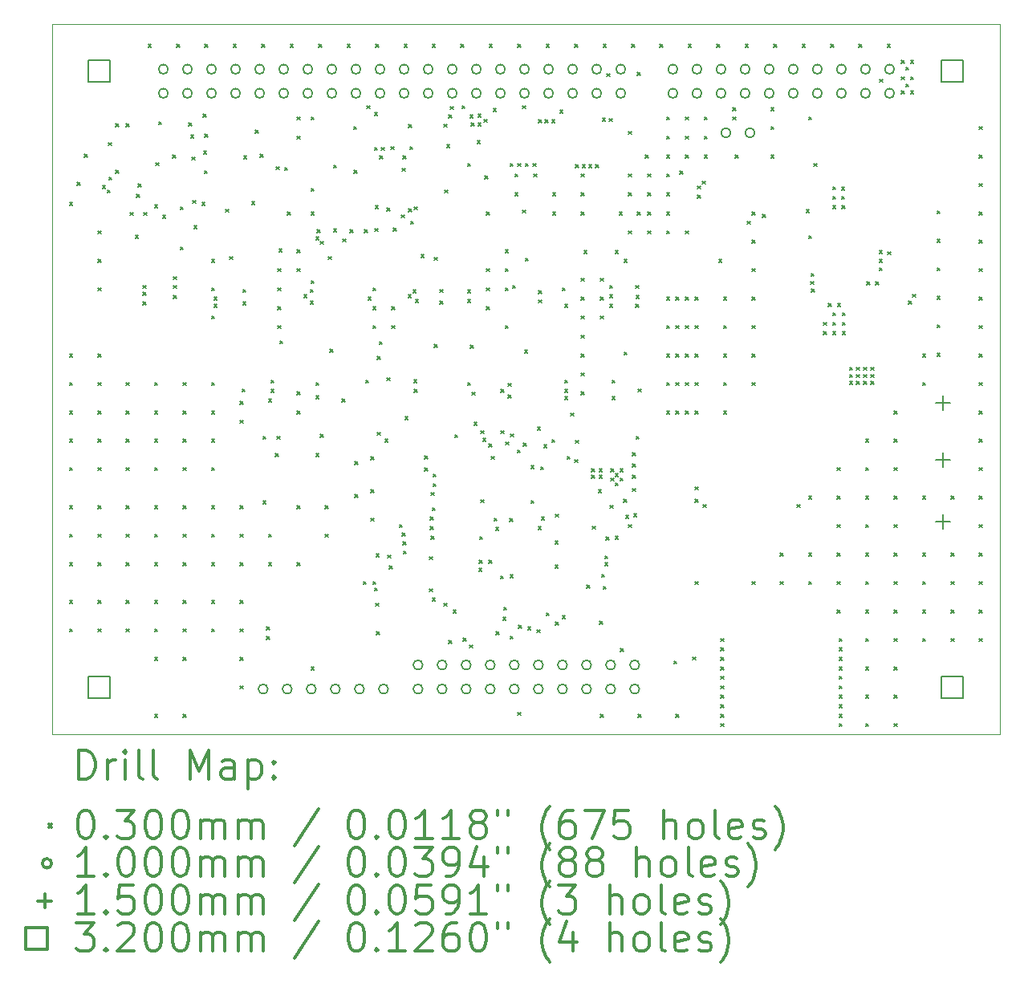
<source format=gbr>
%FSLAX45Y45*%
G04 Gerber Fmt 4.5, Leading zero omitted, Abs format (unit mm)*
G04 Created by KiCad (PCBNEW (5.1.10)-1) date 2022-04-09 14:01:22*
%MOMM*%
%LPD*%
G01*
G04 APERTURE LIST*
%TA.AperFunction,Profile*%
%ADD10C,0.050000*%
%TD*%
%ADD11C,0.200000*%
%ADD12C,0.300000*%
G04 APERTURE END LIST*
D10*
X14000000Y-3500000D02*
X4000000Y-3500000D01*
X14000000Y-11000000D02*
X14000000Y-3500000D01*
X4000000Y-11000000D02*
X14000000Y-11000000D01*
X4000000Y-3500000D02*
X4000000Y-11000000D01*
D11*
X4185000Y-5385000D02*
X4215000Y-5415000D01*
X4215000Y-5385000D02*
X4185000Y-5415000D01*
X4185000Y-6985000D02*
X4215000Y-7015000D01*
X4215000Y-6985000D02*
X4185000Y-7015000D01*
X4185000Y-7285000D02*
X4215000Y-7315000D01*
X4215000Y-7285000D02*
X4185000Y-7315000D01*
X4185000Y-7585000D02*
X4215000Y-7615000D01*
X4215000Y-7585000D02*
X4185000Y-7615000D01*
X4185000Y-7885000D02*
X4215000Y-7915000D01*
X4215000Y-7885000D02*
X4185000Y-7915000D01*
X4185000Y-8185000D02*
X4215000Y-8215000D01*
X4215000Y-8185000D02*
X4185000Y-8215000D01*
X4185000Y-8585000D02*
X4215000Y-8615000D01*
X4215000Y-8585000D02*
X4185000Y-8615000D01*
X4185000Y-8885000D02*
X4215000Y-8915000D01*
X4215000Y-8885000D02*
X4185000Y-8915000D01*
X4185000Y-9185000D02*
X4215000Y-9215000D01*
X4215000Y-9185000D02*
X4185000Y-9215000D01*
X4185000Y-9585000D02*
X4215000Y-9615000D01*
X4215000Y-9585000D02*
X4185000Y-9615000D01*
X4185000Y-9885000D02*
X4215000Y-9915000D01*
X4215000Y-9885000D02*
X4185000Y-9915000D01*
X4267500Y-5175000D02*
X4297500Y-5205000D01*
X4297500Y-5175000D02*
X4267500Y-5205000D01*
X4345000Y-4875000D02*
X4375000Y-4905000D01*
X4375000Y-4875000D02*
X4345000Y-4905000D01*
X4485000Y-5685000D02*
X4515000Y-5715000D01*
X4515000Y-5685000D02*
X4485000Y-5715000D01*
X4485000Y-5985000D02*
X4515000Y-6015000D01*
X4515000Y-5985000D02*
X4485000Y-6015000D01*
X4485000Y-6285000D02*
X4515000Y-6315000D01*
X4515000Y-6285000D02*
X4485000Y-6315000D01*
X4485000Y-6985000D02*
X4515000Y-7015000D01*
X4515000Y-6985000D02*
X4485000Y-7015000D01*
X4485000Y-7285000D02*
X4515000Y-7315000D01*
X4515000Y-7285000D02*
X4485000Y-7315000D01*
X4485000Y-7585000D02*
X4515000Y-7615000D01*
X4515000Y-7585000D02*
X4485000Y-7615000D01*
X4485000Y-7885000D02*
X4515000Y-7915000D01*
X4515000Y-7885000D02*
X4485000Y-7915000D01*
X4485000Y-8185000D02*
X4515000Y-8215000D01*
X4515000Y-8185000D02*
X4485000Y-8215000D01*
X4485000Y-8585000D02*
X4515000Y-8615000D01*
X4515000Y-8585000D02*
X4485000Y-8615000D01*
X4485000Y-8885000D02*
X4515000Y-8915000D01*
X4515000Y-8885000D02*
X4485000Y-8915000D01*
X4485000Y-9185000D02*
X4515000Y-9215000D01*
X4515000Y-9185000D02*
X4485000Y-9215000D01*
X4485000Y-9585000D02*
X4515000Y-9615000D01*
X4515000Y-9585000D02*
X4485000Y-9615000D01*
X4485000Y-9885000D02*
X4515000Y-9915000D01*
X4515000Y-9885000D02*
X4485000Y-9915000D01*
X4535000Y-5205000D02*
X4565000Y-5235000D01*
X4565000Y-5205000D02*
X4535000Y-5235000D01*
X4585000Y-5252500D02*
X4615000Y-5282500D01*
X4615000Y-5252500D02*
X4585000Y-5282500D01*
X4595000Y-4755000D02*
X4625000Y-4785000D01*
X4625000Y-4755000D02*
X4595000Y-4785000D01*
X4600000Y-5117500D02*
X4630000Y-5147500D01*
X4630000Y-5117500D02*
X4600000Y-5147500D01*
X4672500Y-5045000D02*
X4702500Y-5075000D01*
X4702500Y-5045000D02*
X4672500Y-5075000D01*
X4675000Y-4555000D02*
X4705000Y-4585000D01*
X4705000Y-4555000D02*
X4675000Y-4585000D01*
X4785000Y-4555000D02*
X4815000Y-4585000D01*
X4815000Y-4555000D02*
X4785000Y-4585000D01*
X4785000Y-7285000D02*
X4815000Y-7315000D01*
X4815000Y-7285000D02*
X4785000Y-7315000D01*
X4785000Y-7585000D02*
X4815000Y-7615000D01*
X4815000Y-7585000D02*
X4785000Y-7615000D01*
X4785000Y-7885000D02*
X4815000Y-7915000D01*
X4815000Y-7885000D02*
X4785000Y-7915000D01*
X4785000Y-8185000D02*
X4815000Y-8215000D01*
X4815000Y-8185000D02*
X4785000Y-8215000D01*
X4785000Y-8585000D02*
X4815000Y-8615000D01*
X4815000Y-8585000D02*
X4785000Y-8615000D01*
X4785000Y-8885000D02*
X4815000Y-8915000D01*
X4815000Y-8885000D02*
X4785000Y-8915000D01*
X4785000Y-9185000D02*
X4815000Y-9215000D01*
X4815000Y-9185000D02*
X4785000Y-9215000D01*
X4785000Y-9585000D02*
X4815000Y-9615000D01*
X4815000Y-9585000D02*
X4785000Y-9615000D01*
X4785000Y-9885000D02*
X4815000Y-9915000D01*
X4815000Y-9885000D02*
X4785000Y-9915000D01*
X4827500Y-5492500D02*
X4857500Y-5522500D01*
X4857500Y-5492500D02*
X4827500Y-5522500D01*
X4880000Y-5730000D02*
X4910000Y-5760000D01*
X4910000Y-5730000D02*
X4880000Y-5760000D01*
X4895000Y-5300000D02*
X4925000Y-5330000D01*
X4925000Y-5300000D02*
X4895000Y-5330000D01*
X4910000Y-5190000D02*
X4940000Y-5220000D01*
X4940000Y-5190000D02*
X4910000Y-5220000D01*
X4960000Y-6260000D02*
X4990000Y-6290000D01*
X4990000Y-6260000D02*
X4960000Y-6290000D01*
X4960000Y-6335000D02*
X4990000Y-6365000D01*
X4990000Y-6335000D02*
X4960000Y-6365000D01*
X4960000Y-6435000D02*
X4990000Y-6465000D01*
X4990000Y-6435000D02*
X4960000Y-6465000D01*
X4970000Y-5490000D02*
X5000000Y-5520000D01*
X5000000Y-5490000D02*
X4970000Y-5520000D01*
X5015000Y-3715000D02*
X5045000Y-3745000D01*
X5045000Y-3715000D02*
X5015000Y-3745000D01*
X5085000Y-5410000D02*
X5115000Y-5440000D01*
X5115000Y-5410000D02*
X5085000Y-5440000D01*
X5085000Y-7285000D02*
X5115000Y-7315000D01*
X5115000Y-7285000D02*
X5085000Y-7315000D01*
X5085000Y-7585000D02*
X5115000Y-7615000D01*
X5115000Y-7585000D02*
X5085000Y-7615000D01*
X5085000Y-7885000D02*
X5115000Y-7915000D01*
X5115000Y-7885000D02*
X5085000Y-7915000D01*
X5085000Y-8185000D02*
X5115000Y-8215000D01*
X5115000Y-8185000D02*
X5085000Y-8215000D01*
X5085000Y-8585000D02*
X5115000Y-8615000D01*
X5115000Y-8585000D02*
X5085000Y-8615000D01*
X5085000Y-8885000D02*
X5115000Y-8915000D01*
X5115000Y-8885000D02*
X5085000Y-8915000D01*
X5085000Y-9185000D02*
X5115000Y-9215000D01*
X5115000Y-9185000D02*
X5085000Y-9215000D01*
X5085000Y-9585000D02*
X5115000Y-9615000D01*
X5115000Y-9585000D02*
X5085000Y-9615000D01*
X5085000Y-9885000D02*
X5115000Y-9915000D01*
X5115000Y-9885000D02*
X5085000Y-9915000D01*
X5085000Y-10185000D02*
X5115000Y-10215000D01*
X5115000Y-10185000D02*
X5085000Y-10215000D01*
X5085000Y-10785000D02*
X5115000Y-10815000D01*
X5115000Y-10785000D02*
X5085000Y-10815000D01*
X5095000Y-4965000D02*
X5125000Y-4995000D01*
X5125000Y-4965000D02*
X5095000Y-4995000D01*
X5125000Y-4535000D02*
X5155000Y-4565000D01*
X5155000Y-4535000D02*
X5125000Y-4565000D01*
X5170000Y-5520000D02*
X5200000Y-5550000D01*
X5200000Y-5520000D02*
X5170000Y-5550000D01*
X5275000Y-4885000D02*
X5305000Y-4915000D01*
X5305000Y-4885000D02*
X5275000Y-4915000D01*
X5285000Y-6170000D02*
X5315000Y-6200000D01*
X5315000Y-6170000D02*
X5285000Y-6200000D01*
X5285000Y-6260000D02*
X5315000Y-6290000D01*
X5315000Y-6260000D02*
X5285000Y-6290000D01*
X5285000Y-6365000D02*
X5315000Y-6395000D01*
X5315000Y-6365000D02*
X5285000Y-6395000D01*
X5315000Y-3715000D02*
X5345000Y-3745000D01*
X5345000Y-3715000D02*
X5315000Y-3745000D01*
X5355000Y-5430000D02*
X5385000Y-5460000D01*
X5385000Y-5430000D02*
X5355000Y-5460000D01*
X5356266Y-5853734D02*
X5386266Y-5883734D01*
X5386266Y-5853734D02*
X5356266Y-5883734D01*
X5385000Y-7285000D02*
X5415000Y-7315000D01*
X5415000Y-7285000D02*
X5385000Y-7315000D01*
X5385000Y-7585000D02*
X5415000Y-7615000D01*
X5415000Y-7585000D02*
X5385000Y-7615000D01*
X5385000Y-7885000D02*
X5415000Y-7915000D01*
X5415000Y-7885000D02*
X5385000Y-7915000D01*
X5385000Y-8185000D02*
X5415000Y-8215000D01*
X5415000Y-8185000D02*
X5385000Y-8215000D01*
X5385000Y-8585000D02*
X5415000Y-8615000D01*
X5415000Y-8585000D02*
X5385000Y-8615000D01*
X5385000Y-8885000D02*
X5415000Y-8915000D01*
X5415000Y-8885000D02*
X5385000Y-8915000D01*
X5385000Y-9185000D02*
X5415000Y-9215000D01*
X5415000Y-9185000D02*
X5385000Y-9215000D01*
X5385000Y-9585000D02*
X5415000Y-9615000D01*
X5415000Y-9585000D02*
X5385000Y-9615000D01*
X5385000Y-9885000D02*
X5415000Y-9915000D01*
X5415000Y-9885000D02*
X5385000Y-9915000D01*
X5385000Y-10185000D02*
X5415000Y-10215000D01*
X5415000Y-10185000D02*
X5385000Y-10215000D01*
X5385000Y-10785000D02*
X5415000Y-10815000D01*
X5415000Y-10785000D02*
X5385000Y-10815000D01*
X5445000Y-4545000D02*
X5475000Y-4575000D01*
X5475000Y-4545000D02*
X5445000Y-4575000D01*
X5465000Y-4675000D02*
X5495000Y-4705000D01*
X5495000Y-4675000D02*
X5465000Y-4705000D01*
X5479555Y-4907945D02*
X5509555Y-4937945D01*
X5509555Y-4907945D02*
X5479555Y-4937945D01*
X5485000Y-5365000D02*
X5515000Y-5395000D01*
X5515000Y-5365000D02*
X5485000Y-5395000D01*
X5497500Y-5630000D02*
X5527500Y-5660000D01*
X5527500Y-5630000D02*
X5497500Y-5660000D01*
X5585000Y-5385000D02*
X5615000Y-5415000D01*
X5615000Y-5385000D02*
X5585000Y-5415000D01*
X5595000Y-4455000D02*
X5625000Y-4485000D01*
X5625000Y-4455000D02*
X5595000Y-4485000D01*
X5600355Y-4842855D02*
X5630355Y-4872855D01*
X5630355Y-4842855D02*
X5600355Y-4872855D01*
X5610000Y-5050000D02*
X5640000Y-5080000D01*
X5640000Y-5050000D02*
X5610000Y-5080000D01*
X5615000Y-3715000D02*
X5645000Y-3745000D01*
X5645000Y-3715000D02*
X5615000Y-3745000D01*
X5615000Y-4665000D02*
X5645000Y-4695000D01*
X5645000Y-4665000D02*
X5615000Y-4695000D01*
X5685000Y-5985000D02*
X5715000Y-6015000D01*
X5715000Y-5985000D02*
X5685000Y-6015000D01*
X5685000Y-6285000D02*
X5715000Y-6315000D01*
X5715000Y-6285000D02*
X5685000Y-6315000D01*
X5685000Y-6585000D02*
X5715000Y-6615000D01*
X5715000Y-6585000D02*
X5685000Y-6615000D01*
X5685000Y-7285000D02*
X5715000Y-7315000D01*
X5715000Y-7285000D02*
X5685000Y-7315000D01*
X5685000Y-7585000D02*
X5715000Y-7615000D01*
X5715000Y-7585000D02*
X5685000Y-7615000D01*
X5685000Y-7885000D02*
X5715000Y-7915000D01*
X5715000Y-7885000D02*
X5685000Y-7915000D01*
X5685000Y-8185000D02*
X5715000Y-8215000D01*
X5715000Y-8185000D02*
X5685000Y-8215000D01*
X5685000Y-8585000D02*
X5715000Y-8615000D01*
X5715000Y-8585000D02*
X5685000Y-8615000D01*
X5685000Y-8885000D02*
X5715000Y-8915000D01*
X5715000Y-8885000D02*
X5685000Y-8915000D01*
X5685000Y-9185000D02*
X5715000Y-9215000D01*
X5715000Y-9185000D02*
X5685000Y-9215000D01*
X5685000Y-9585000D02*
X5715000Y-9615000D01*
X5715000Y-9585000D02*
X5685000Y-9615000D01*
X5685000Y-9885000D02*
X5715000Y-9915000D01*
X5715000Y-9885000D02*
X5685000Y-9915000D01*
X5710000Y-6385000D02*
X5740000Y-6415000D01*
X5740000Y-6385000D02*
X5710000Y-6415000D01*
X5710000Y-6460000D02*
X5740000Y-6490000D01*
X5740000Y-6460000D02*
X5710000Y-6490000D01*
X5832055Y-5457055D02*
X5862055Y-5487055D01*
X5862055Y-5457055D02*
X5832055Y-5487055D01*
X5875000Y-5955000D02*
X5905000Y-5985000D01*
X5905000Y-5955000D02*
X5875000Y-5985000D01*
X5915000Y-3715000D02*
X5945000Y-3745000D01*
X5945000Y-3715000D02*
X5915000Y-3745000D01*
X5985000Y-7485000D02*
X6015000Y-7515000D01*
X6015000Y-7485000D02*
X5985000Y-7515000D01*
X5985000Y-7685000D02*
X6015000Y-7715000D01*
X6015000Y-7685000D02*
X5985000Y-7715000D01*
X5985000Y-8585000D02*
X6015000Y-8615000D01*
X6015000Y-8585000D02*
X5985000Y-8615000D01*
X5985000Y-8885000D02*
X6015000Y-8915000D01*
X6015000Y-8885000D02*
X5985000Y-8915000D01*
X5985000Y-9185000D02*
X6015000Y-9215000D01*
X6015000Y-9185000D02*
X5985000Y-9215000D01*
X5985000Y-9585000D02*
X6015000Y-9615000D01*
X6015000Y-9585000D02*
X5985000Y-9615000D01*
X5985000Y-9885000D02*
X6015000Y-9915000D01*
X6015000Y-9885000D02*
X5985000Y-9915000D01*
X5985000Y-10185000D02*
X6015000Y-10215000D01*
X6015000Y-10185000D02*
X5985000Y-10215000D01*
X5985000Y-10485000D02*
X6015000Y-10515000D01*
X6015000Y-10485000D02*
X5985000Y-10515000D01*
X6005000Y-7355000D02*
X6035000Y-7385000D01*
X6035000Y-7355000D02*
X6005000Y-7385000D01*
X6015000Y-6305000D02*
X6045000Y-6335000D01*
X6045000Y-6305000D02*
X6015000Y-6335000D01*
X6015000Y-6435000D02*
X6045000Y-6465000D01*
X6045000Y-6435000D02*
X6015000Y-6465000D01*
X6025000Y-4895000D02*
X6055000Y-4925000D01*
X6055000Y-4895000D02*
X6025000Y-4925000D01*
X6107500Y-5375000D02*
X6137500Y-5405000D01*
X6137500Y-5375000D02*
X6107500Y-5405000D01*
X6145000Y-4625000D02*
X6175000Y-4655000D01*
X6175000Y-4625000D02*
X6145000Y-4655000D01*
X6195000Y-4875000D02*
X6225000Y-4905000D01*
X6225000Y-4875000D02*
X6195000Y-4905000D01*
X6215000Y-3715000D02*
X6245000Y-3745000D01*
X6245000Y-3715000D02*
X6215000Y-3745000D01*
X6225000Y-7855000D02*
X6255000Y-7885000D01*
X6255000Y-7855000D02*
X6225000Y-7885000D01*
X6225000Y-8535000D02*
X6255000Y-8565000D01*
X6255000Y-8535000D02*
X6225000Y-8565000D01*
X6265000Y-9865000D02*
X6295000Y-9895000D01*
X6295000Y-9865000D02*
X6265000Y-9895000D01*
X6265000Y-9965000D02*
X6295000Y-9995000D01*
X6295000Y-9965000D02*
X6265000Y-9995000D01*
X6285000Y-7460000D02*
X6315000Y-7490000D01*
X6315000Y-7460000D02*
X6285000Y-7490000D01*
X6285000Y-8885000D02*
X6315000Y-8915000D01*
X6315000Y-8885000D02*
X6285000Y-8915000D01*
X6285000Y-9185000D02*
X6315000Y-9215000D01*
X6315000Y-9185000D02*
X6285000Y-9215000D01*
X6310000Y-7260000D02*
X6340000Y-7290000D01*
X6340000Y-7260000D02*
X6310000Y-7290000D01*
X6310000Y-7360000D02*
X6340000Y-7390000D01*
X6340000Y-7360000D02*
X6310000Y-7390000D01*
X6360000Y-8035000D02*
X6390000Y-8065000D01*
X6390000Y-8035000D02*
X6360000Y-8065000D01*
X6365000Y-5007500D02*
X6395000Y-5037500D01*
X6395000Y-5007500D02*
X6365000Y-5037500D01*
X6375000Y-7855000D02*
X6405000Y-7885000D01*
X6405000Y-7855000D02*
X6375000Y-7885000D01*
X6385000Y-6085000D02*
X6415000Y-6115000D01*
X6415000Y-6085000D02*
X6385000Y-6115000D01*
X6385000Y-6285000D02*
X6415000Y-6315000D01*
X6415000Y-6285000D02*
X6385000Y-6315000D01*
X6385000Y-6285000D02*
X6415000Y-6315000D01*
X6415000Y-6285000D02*
X6385000Y-6315000D01*
X6385000Y-6485000D02*
X6415000Y-6515000D01*
X6415000Y-6485000D02*
X6385000Y-6515000D01*
X6385000Y-6685000D02*
X6415000Y-6715000D01*
X6415000Y-6685000D02*
X6385000Y-6715000D01*
X6395000Y-5875000D02*
X6425000Y-5905000D01*
X6425000Y-5875000D02*
X6395000Y-5905000D01*
X6405000Y-6845000D02*
X6435000Y-6875000D01*
X6435000Y-6845000D02*
X6405000Y-6875000D01*
X6455000Y-5017500D02*
X6485000Y-5047500D01*
X6485000Y-5017500D02*
X6455000Y-5047500D01*
X6485000Y-5485000D02*
X6515000Y-5515000D01*
X6515000Y-5485000D02*
X6485000Y-5515000D01*
X6515000Y-3715000D02*
X6545000Y-3745000D01*
X6545000Y-3715000D02*
X6515000Y-3745000D01*
X6585000Y-4485000D02*
X6615000Y-4515000D01*
X6615000Y-4485000D02*
X6585000Y-4515000D01*
X6585000Y-4685000D02*
X6615000Y-4715000D01*
X6615000Y-4685000D02*
X6585000Y-4715000D01*
X6585000Y-5885000D02*
X6615000Y-5915000D01*
X6615000Y-5885000D02*
X6585000Y-5915000D01*
X6585000Y-6085000D02*
X6615000Y-6115000D01*
X6615000Y-6085000D02*
X6585000Y-6115000D01*
X6585000Y-7385000D02*
X6615000Y-7415000D01*
X6615000Y-7385000D02*
X6585000Y-7415000D01*
X6585000Y-7585000D02*
X6615000Y-7615000D01*
X6615000Y-7585000D02*
X6585000Y-7615000D01*
X6585000Y-8585000D02*
X6615000Y-8615000D01*
X6615000Y-8585000D02*
X6585000Y-8615000D01*
X6585000Y-9185000D02*
X6615000Y-9215000D01*
X6615000Y-9185000D02*
X6585000Y-9215000D01*
X6660000Y-6360000D02*
X6690000Y-6390000D01*
X6690000Y-6360000D02*
X6660000Y-6390000D01*
X6725000Y-6305000D02*
X6755000Y-6335000D01*
X6755000Y-6305000D02*
X6725000Y-6335000D01*
X6725000Y-6425000D02*
X6755000Y-6455000D01*
X6755000Y-6425000D02*
X6725000Y-6455000D01*
X6735000Y-4485000D02*
X6765000Y-4515000D01*
X6765000Y-4485000D02*
X6735000Y-4515000D01*
X6735000Y-5235000D02*
X6765000Y-5265000D01*
X6765000Y-5235000D02*
X6735000Y-5265000D01*
X6735000Y-5485000D02*
X6765000Y-5515000D01*
X6765000Y-5485000D02*
X6735000Y-5515000D01*
X6735000Y-6210000D02*
X6765000Y-6240000D01*
X6765000Y-6210000D02*
X6735000Y-6240000D01*
X6735000Y-10285000D02*
X6765000Y-10315000D01*
X6765000Y-10285000D02*
X6735000Y-10315000D01*
X6785000Y-5747500D02*
X6815000Y-5777500D01*
X6815000Y-5747500D02*
X6785000Y-5777500D01*
X6785000Y-7285000D02*
X6815000Y-7315000D01*
X6815000Y-7285000D02*
X6785000Y-7315000D01*
X6785000Y-7425000D02*
X6815000Y-7455000D01*
X6815000Y-7425000D02*
X6785000Y-7455000D01*
X6785000Y-8035000D02*
X6815000Y-8065000D01*
X6815000Y-8035000D02*
X6785000Y-8065000D01*
X6797500Y-5675000D02*
X6827500Y-5705000D01*
X6827500Y-5675000D02*
X6797500Y-5705000D01*
X6815000Y-3715000D02*
X6845000Y-3745000D01*
X6845000Y-3715000D02*
X6815000Y-3745000D01*
X6832500Y-5795000D02*
X6862500Y-5825000D01*
X6862500Y-5795000D02*
X6832500Y-5825000D01*
X6834000Y-7830000D02*
X6864000Y-7860000D01*
X6864000Y-7830000D02*
X6834000Y-7860000D01*
X6885000Y-8585000D02*
X6915000Y-8615000D01*
X6915000Y-8585000D02*
X6885000Y-8615000D01*
X6885000Y-8885000D02*
X6915000Y-8915000D01*
X6915000Y-8885000D02*
X6885000Y-8915000D01*
X6915000Y-5955000D02*
X6945000Y-5985000D01*
X6945000Y-5955000D02*
X6915000Y-5985000D01*
X6935000Y-6935000D02*
X6965000Y-6965000D01*
X6965000Y-6935000D02*
X6935000Y-6965000D01*
X6970213Y-4992199D02*
X7000213Y-5022199D01*
X7000213Y-4992199D02*
X6970213Y-5022199D01*
X6972500Y-5665000D02*
X7002500Y-5695000D01*
X7002500Y-5665000D02*
X6972500Y-5695000D01*
X7060000Y-7460000D02*
X7090000Y-7490000D01*
X7090000Y-7460000D02*
X7060000Y-7490000D01*
X7068750Y-5768750D02*
X7098750Y-5798750D01*
X7098750Y-5768750D02*
X7068750Y-5798750D01*
X7115000Y-3715000D02*
X7145000Y-3745000D01*
X7145000Y-3715000D02*
X7115000Y-3745000D01*
X7145000Y-5672500D02*
X7175000Y-5702500D01*
X7175000Y-5672500D02*
X7145000Y-5702500D01*
X7185000Y-4585000D02*
X7215000Y-4615000D01*
X7215000Y-4585000D02*
X7185000Y-4615000D01*
X7188000Y-5045000D02*
X7218000Y-5075000D01*
X7218000Y-5045000D02*
X7188000Y-5075000D01*
X7194999Y-8465000D02*
X7224999Y-8495000D01*
X7224999Y-8465000D02*
X7194999Y-8495000D01*
X7195185Y-8117501D02*
X7225185Y-8147501D01*
X7225185Y-8117501D02*
X7195185Y-8147501D01*
X7285000Y-9385000D02*
X7315000Y-9415000D01*
X7315000Y-9385000D02*
X7285000Y-9415000D01*
X7297500Y-5675000D02*
X7327500Y-5705000D01*
X7327500Y-5675000D02*
X7297500Y-5705000D01*
X7310000Y-7260000D02*
X7340000Y-7290000D01*
X7340000Y-7260000D02*
X7310000Y-7290000D01*
X7325000Y-4365000D02*
X7355000Y-4395000D01*
X7355000Y-4365000D02*
X7325000Y-4395000D01*
X7335000Y-6385000D02*
X7365000Y-6415000D01*
X7365000Y-6385000D02*
X7335000Y-6415000D01*
X7363305Y-8066695D02*
X7393305Y-8096695D01*
X7393305Y-8066695D02*
X7363305Y-8096695D01*
X7365000Y-8415000D02*
X7395000Y-8445000D01*
X7395000Y-8415000D02*
X7365000Y-8445000D01*
X7365000Y-8715000D02*
X7395000Y-8745000D01*
X7395000Y-8715000D02*
X7365000Y-8745000D01*
X7385000Y-6285000D02*
X7415000Y-6315000D01*
X7415000Y-6285000D02*
X7385000Y-6315000D01*
X7385000Y-6485000D02*
X7415000Y-6515000D01*
X7415000Y-6485000D02*
X7385000Y-6515000D01*
X7385000Y-6685000D02*
X7415000Y-6715000D01*
X7415000Y-6685000D02*
X7385000Y-6715000D01*
X7385000Y-9385000D02*
X7415000Y-9415000D01*
X7415000Y-9385000D02*
X7385000Y-9415000D01*
X7405000Y-4435000D02*
X7435000Y-4465000D01*
X7435000Y-4435000D02*
X7405000Y-4465000D01*
X7405000Y-4805000D02*
X7435000Y-4835000D01*
X7435000Y-4805000D02*
X7405000Y-4835000D01*
X7405000Y-9455000D02*
X7435000Y-9485000D01*
X7435000Y-9455000D02*
X7405000Y-9485000D01*
X7407500Y-5660000D02*
X7437500Y-5690000D01*
X7437500Y-5660000D02*
X7407500Y-5690000D01*
X7412500Y-5417500D02*
X7442500Y-5447500D01*
X7442500Y-5417500D02*
X7412500Y-5447500D01*
X7415000Y-3715000D02*
X7445000Y-3745000D01*
X7445000Y-3715000D02*
X7415000Y-3745000D01*
X7415000Y-9615000D02*
X7445000Y-9645000D01*
X7445000Y-9615000D02*
X7415000Y-9645000D01*
X7419000Y-9095000D02*
X7449000Y-9125000D01*
X7449000Y-9095000D02*
X7419000Y-9125000D01*
X7425000Y-9915000D02*
X7455000Y-9945000D01*
X7455000Y-9915000D02*
X7425000Y-9945000D01*
X7435000Y-7010000D02*
X7465000Y-7040000D01*
X7465000Y-7010000D02*
X7435000Y-7040000D01*
X7435000Y-7810000D02*
X7465000Y-7840000D01*
X7465000Y-7810000D02*
X7435000Y-7840000D01*
X7455000Y-6855000D02*
X7485000Y-6885000D01*
X7485000Y-6855000D02*
X7455000Y-6885000D01*
X7459654Y-4894478D02*
X7489654Y-4924478D01*
X7489654Y-4894478D02*
X7459654Y-4924478D01*
X7475000Y-4805000D02*
X7505000Y-4835000D01*
X7505000Y-4805000D02*
X7475000Y-4835000D01*
X7515000Y-7885000D02*
X7545000Y-7915000D01*
X7545000Y-7885000D02*
X7515000Y-7915000D01*
X7535000Y-5445000D02*
X7565000Y-5475000D01*
X7565000Y-5445000D02*
X7535000Y-5475000D01*
X7535000Y-7235000D02*
X7565000Y-7265000D01*
X7565000Y-7235000D02*
X7535000Y-7265000D01*
X7545000Y-9105000D02*
X7575000Y-9135000D01*
X7575000Y-9105000D02*
X7545000Y-9135000D01*
X7558000Y-9219000D02*
X7588000Y-9249000D01*
X7588000Y-9219000D02*
X7558000Y-9249000D01*
X7575000Y-4795000D02*
X7605000Y-4825000D01*
X7605000Y-4795000D02*
X7575000Y-4825000D01*
X7585000Y-6485000D02*
X7615000Y-6515000D01*
X7615000Y-6485000D02*
X7585000Y-6515000D01*
X7585000Y-6685000D02*
X7615000Y-6715000D01*
X7615000Y-6685000D02*
X7585000Y-6715000D01*
X7603679Y-5656211D02*
X7633679Y-5686211D01*
X7633679Y-5656211D02*
X7603679Y-5686211D01*
X7666000Y-8783000D02*
X7696000Y-8813000D01*
X7696000Y-8783000D02*
X7666000Y-8813000D01*
X7685000Y-5515000D02*
X7715000Y-5545000D01*
X7715000Y-5515000D02*
X7685000Y-5545000D01*
X7695000Y-5025000D02*
X7725000Y-5055000D01*
X7725000Y-5025000D02*
X7695000Y-5055000D01*
X7695000Y-8875000D02*
X7725000Y-8905000D01*
X7725000Y-8875000D02*
X7695000Y-8905000D01*
X7703268Y-4895164D02*
X7733268Y-4925164D01*
X7733268Y-4895164D02*
X7703268Y-4925164D01*
X7705000Y-8965000D02*
X7735000Y-8995000D01*
X7735000Y-8965000D02*
X7705000Y-8995000D01*
X7709380Y-9064905D02*
X7739380Y-9094905D01*
X7739380Y-9064905D02*
X7709380Y-9094905D01*
X7715000Y-3715000D02*
X7745000Y-3745000D01*
X7745000Y-3715000D02*
X7715000Y-3745000D01*
X7725000Y-7645000D02*
X7755000Y-7675000D01*
X7755000Y-7645000D02*
X7725000Y-7675000D01*
X7760000Y-6360000D02*
X7790000Y-6390000D01*
X7790000Y-6360000D02*
X7760000Y-6390000D01*
X7762500Y-4565000D02*
X7792500Y-4595000D01*
X7792500Y-4565000D02*
X7762500Y-4595000D01*
X7765000Y-5455000D02*
X7795000Y-5485000D01*
X7795000Y-5455000D02*
X7765000Y-5485000D01*
X7775000Y-4795000D02*
X7805000Y-4825000D01*
X7805000Y-4795000D02*
X7775000Y-4825000D01*
X7785000Y-5585000D02*
X7815000Y-5615000D01*
X7815000Y-5585000D02*
X7785000Y-5615000D01*
X7810000Y-6310000D02*
X7840000Y-6340000D01*
X7840000Y-6310000D02*
X7810000Y-6340000D01*
X7820000Y-7255000D02*
X7850000Y-7285000D01*
X7850000Y-7255000D02*
X7820000Y-7285000D01*
X7825000Y-5430000D02*
X7855000Y-5460000D01*
X7855000Y-5430000D02*
X7825000Y-5460000D01*
X7825000Y-7360000D02*
X7855000Y-7390000D01*
X7855000Y-7360000D02*
X7825000Y-7390000D01*
X7835000Y-6410000D02*
X7865000Y-6440000D01*
X7865000Y-6410000D02*
X7835000Y-6440000D01*
X7896569Y-5933431D02*
X7926569Y-5963431D01*
X7926569Y-5933431D02*
X7896569Y-5963431D01*
X7931000Y-8059000D02*
X7961000Y-8089000D01*
X7961000Y-8059000D02*
X7931000Y-8089000D01*
X7934000Y-8186000D02*
X7964000Y-8216000D01*
X7964000Y-8186000D02*
X7934000Y-8216000D01*
X7981845Y-9122945D02*
X8011845Y-9152945D01*
X8011845Y-9122945D02*
X7981845Y-9152945D01*
X7985000Y-9460000D02*
X8015000Y-9490000D01*
X8015000Y-9460000D02*
X7985000Y-9490000D01*
X7991795Y-8705744D02*
X8021795Y-8735744D01*
X8021795Y-8705744D02*
X7991795Y-8735744D01*
X7994239Y-8805715D02*
X8024239Y-8835715D01*
X8024239Y-8805715D02*
X7994239Y-8835715D01*
X8000000Y-8445000D02*
X8030000Y-8475000D01*
X8030000Y-8445000D02*
X8000000Y-8475000D01*
X8000881Y-8905496D02*
X8030881Y-8935496D01*
X8030881Y-8905496D02*
X8000881Y-8935496D01*
X8011462Y-8607696D02*
X8041462Y-8637696D01*
X8041462Y-8607696D02*
X8011462Y-8637696D01*
X8012500Y-9557500D02*
X8042500Y-9587500D01*
X8042500Y-9557500D02*
X8012500Y-9587500D01*
X8015000Y-3715000D02*
X8045000Y-3745000D01*
X8045000Y-3715000D02*
X8015000Y-3745000D01*
X8020000Y-8250000D02*
X8050000Y-8280000D01*
X8050000Y-8250000D02*
X8020000Y-8280000D01*
X8020000Y-8353000D02*
X8050000Y-8383000D01*
X8050000Y-8353000D02*
X8020000Y-8383000D01*
X8035000Y-5965000D02*
X8065000Y-5995000D01*
X8065000Y-5965000D02*
X8035000Y-5995000D01*
X8035000Y-6885000D02*
X8065000Y-6915000D01*
X8065000Y-6885000D02*
X8035000Y-6915000D01*
X8095000Y-6305000D02*
X8125000Y-6335000D01*
X8125000Y-6305000D02*
X8095000Y-6335000D01*
X8095000Y-6425000D02*
X8125000Y-6455000D01*
X8125000Y-6425000D02*
X8095000Y-6455000D01*
X8135000Y-4560000D02*
X8165000Y-4590000D01*
X8165000Y-4560000D02*
X8135000Y-4590000D01*
X8135000Y-9615000D02*
X8165000Y-9645000D01*
X8165000Y-9615000D02*
X8135000Y-9645000D01*
X8145000Y-5255000D02*
X8175000Y-5285000D01*
X8175000Y-5255000D02*
X8145000Y-5285000D01*
X8165000Y-4775000D02*
X8195000Y-4805000D01*
X8195000Y-4775000D02*
X8165000Y-4805000D01*
X8185000Y-4460000D02*
X8215000Y-4490000D01*
X8215000Y-4460000D02*
X8185000Y-4490000D01*
X8185000Y-10009000D02*
X8215000Y-10039000D01*
X8215000Y-10009000D02*
X8185000Y-10039000D01*
X8205000Y-4375000D02*
X8235000Y-4405000D01*
X8235000Y-4375000D02*
X8205000Y-4405000D01*
X8235000Y-9685000D02*
X8265000Y-9715000D01*
X8265000Y-9685000D02*
X8235000Y-9715000D01*
X8251000Y-7835000D02*
X8281000Y-7865000D01*
X8281000Y-7835000D02*
X8251000Y-7865000D01*
X8315000Y-3715000D02*
X8345000Y-3745000D01*
X8345000Y-3715000D02*
X8315000Y-3745000D01*
X8325000Y-4365000D02*
X8355000Y-4395000D01*
X8355000Y-4365000D02*
X8325000Y-4395000D01*
X8340622Y-9981105D02*
X8370622Y-10011105D01*
X8370622Y-9981105D02*
X8340622Y-10011105D01*
X8385000Y-4975000D02*
X8415000Y-5005000D01*
X8415000Y-4975000D02*
X8385000Y-5005000D01*
X8385000Y-6310000D02*
X8415000Y-6340000D01*
X8415000Y-6310000D02*
X8385000Y-6340000D01*
X8385000Y-6410000D02*
X8415000Y-6440000D01*
X8415000Y-6410000D02*
X8385000Y-6440000D01*
X8385000Y-7285000D02*
X8415000Y-7315000D01*
X8415000Y-7285000D02*
X8385000Y-7315000D01*
X8408000Y-10055000D02*
X8438000Y-10085000D01*
X8438000Y-10055000D02*
X8408000Y-10085000D01*
X8410000Y-4460000D02*
X8440000Y-4490000D01*
X8440000Y-4460000D02*
X8410000Y-4490000D01*
X8413451Y-6891841D02*
X8443451Y-6921841D01*
X8443451Y-6891841D02*
X8413451Y-6921841D01*
X8425000Y-4545000D02*
X8455000Y-4575000D01*
X8455000Y-4545000D02*
X8425000Y-4575000D01*
X8432499Y-7385498D02*
X8462499Y-7415498D01*
X8462499Y-7385498D02*
X8432499Y-7415498D01*
X8455000Y-7705000D02*
X8485000Y-7735000D01*
X8485000Y-7705000D02*
X8455000Y-7735000D01*
X8488500Y-4731500D02*
X8518500Y-4761500D01*
X8518500Y-4731500D02*
X8488500Y-4761500D01*
X8495000Y-4455000D02*
X8525000Y-4485000D01*
X8525000Y-4455000D02*
X8495000Y-4485000D01*
X8495000Y-4545000D02*
X8525000Y-4575000D01*
X8525000Y-4545000D02*
X8495000Y-4575000D01*
X8505000Y-9245000D02*
X8535000Y-9275000D01*
X8535000Y-9245000D02*
X8505000Y-9275000D01*
X8510000Y-9160000D02*
X8540000Y-9190000D01*
X8540000Y-9160000D02*
X8510000Y-9190000D01*
X8511000Y-8912000D02*
X8541000Y-8942000D01*
X8541000Y-8912000D02*
X8511000Y-8942000D01*
X8525000Y-7795000D02*
X8555000Y-7825000D01*
X8555000Y-7795000D02*
X8525000Y-7825000D01*
X8525275Y-8523349D02*
X8555275Y-8553349D01*
X8555275Y-8523349D02*
X8525275Y-8553349D01*
X8545000Y-7875000D02*
X8575000Y-7905000D01*
X8575000Y-7875000D02*
X8545000Y-7905000D01*
X8560000Y-4510000D02*
X8590000Y-4540000D01*
X8590000Y-4510000D02*
X8560000Y-4540000D01*
X8567502Y-5106588D02*
X8597502Y-5136588D01*
X8597502Y-5106588D02*
X8567502Y-5136588D01*
X8585000Y-5485000D02*
X8615000Y-5515000D01*
X8615000Y-5485000D02*
X8585000Y-5515000D01*
X8585000Y-6085000D02*
X8615000Y-6115000D01*
X8615000Y-6085000D02*
X8585000Y-6115000D01*
X8585000Y-6285000D02*
X8615000Y-6315000D01*
X8615000Y-6285000D02*
X8585000Y-6315000D01*
X8585000Y-6485000D02*
X8615000Y-6515000D01*
X8615000Y-6485000D02*
X8585000Y-6515000D01*
X8610000Y-7935000D02*
X8640000Y-7965000D01*
X8640000Y-7935000D02*
X8610000Y-7965000D01*
X8610000Y-9160000D02*
X8640000Y-9190000D01*
X8640000Y-9160000D02*
X8610000Y-9190000D01*
X8615000Y-3715000D02*
X8645000Y-3745000D01*
X8645000Y-3715000D02*
X8615000Y-3745000D01*
X8635000Y-8065000D02*
X8665000Y-8095000D01*
X8665000Y-8065000D02*
X8635000Y-8095000D01*
X8655000Y-4395000D02*
X8685000Y-4425000D01*
X8685000Y-4395000D02*
X8655000Y-4425000D01*
X8665000Y-8715000D02*
X8695000Y-8745000D01*
X8695000Y-8715000D02*
X8665000Y-8745000D01*
X8682499Y-8811766D02*
X8712499Y-8841766D01*
X8712499Y-8811766D02*
X8682499Y-8841766D01*
X8685000Y-9916499D02*
X8715000Y-9946499D01*
X8715000Y-9916499D02*
X8685000Y-9946499D01*
X8733534Y-9327371D02*
X8763534Y-9357371D01*
X8763534Y-9327371D02*
X8733534Y-9357371D01*
X8735000Y-7360000D02*
X8765000Y-7390000D01*
X8765000Y-7360000D02*
X8735000Y-7390000D01*
X8738151Y-7793396D02*
X8768151Y-7823396D01*
X8768151Y-7793396D02*
X8738151Y-7823396D01*
X8757501Y-9762648D02*
X8787501Y-9792648D01*
X8787501Y-9762648D02*
X8757501Y-9792648D01*
X8765000Y-9655000D02*
X8795000Y-9685000D01*
X8795000Y-9655000D02*
X8765000Y-9685000D01*
X8785000Y-5885000D02*
X8815000Y-5915000D01*
X8815000Y-5885000D02*
X8785000Y-5915000D01*
X8785000Y-6085000D02*
X8815000Y-6115000D01*
X8815000Y-6085000D02*
X8785000Y-6115000D01*
X8785000Y-6285000D02*
X8815000Y-6315000D01*
X8815000Y-6285000D02*
X8785000Y-6315000D01*
X8785000Y-6285000D02*
X8815000Y-6315000D01*
X8815000Y-6285000D02*
X8785000Y-6315000D01*
X8785000Y-6685000D02*
X8815000Y-6715000D01*
X8815000Y-6685000D02*
X8785000Y-6715000D01*
X8787098Y-7911030D02*
X8817098Y-7941030D01*
X8817098Y-7911030D02*
X8787098Y-7941030D01*
X8815000Y-7295000D02*
X8845000Y-7325000D01*
X8845000Y-7295000D02*
X8815000Y-7325000D01*
X8815000Y-7415000D02*
X8845000Y-7445000D01*
X8845000Y-7415000D02*
X8815000Y-7445000D01*
X8830165Y-8720001D02*
X8860165Y-8750001D01*
X8860165Y-8720001D02*
X8830165Y-8750001D01*
X8832908Y-9959974D02*
X8862908Y-9989974D01*
X8862908Y-9959974D02*
X8832908Y-9989974D01*
X8835000Y-4975000D02*
X8865000Y-5005000D01*
X8865000Y-4975000D02*
X8835000Y-5005000D01*
X8835000Y-9315000D02*
X8865000Y-9345000D01*
X8865000Y-9315000D02*
X8835000Y-9345000D01*
X8840987Y-7826791D02*
X8870987Y-7856791D01*
X8870987Y-7826791D02*
X8840987Y-7856791D01*
X8860000Y-6260000D02*
X8890000Y-6290000D01*
X8890000Y-6260000D02*
X8860000Y-6290000D01*
X8885000Y-5085000D02*
X8915000Y-5115000D01*
X8915000Y-5085000D02*
X8885000Y-5115000D01*
X8885000Y-5285000D02*
X8915000Y-5315000D01*
X8915000Y-5285000D02*
X8885000Y-5315000D01*
X8911816Y-7996144D02*
X8941816Y-8026144D01*
X8941816Y-7996144D02*
X8911816Y-8026144D01*
X8915000Y-3715000D02*
X8945000Y-3745000D01*
X8945000Y-3715000D02*
X8915000Y-3745000D01*
X8915000Y-4975000D02*
X8945000Y-5005000D01*
X8945000Y-4975000D02*
X8915000Y-5005000D01*
X8917000Y-10767000D02*
X8947000Y-10797000D01*
X8947000Y-10767000D02*
X8917000Y-10797000D01*
X8923505Y-9844708D02*
X8953505Y-9874708D01*
X8953505Y-9844708D02*
X8923505Y-9874708D01*
X8965000Y-4365000D02*
X8995000Y-4395000D01*
X8995000Y-4365000D02*
X8965000Y-4395000D01*
X8965000Y-5465000D02*
X8995000Y-5495000D01*
X8995000Y-5465000D02*
X8965000Y-5495000D01*
X8975000Y-7927000D02*
X9005000Y-7957000D01*
X9005000Y-7927000D02*
X8975000Y-7957000D01*
X8985000Y-6945000D02*
X9015000Y-6975000D01*
X9015000Y-6945000D02*
X8985000Y-6975000D01*
X8995000Y-4975000D02*
X9025000Y-5005000D01*
X9025000Y-4975000D02*
X8995000Y-5005000D01*
X8995000Y-5975000D02*
X9025000Y-6005000D01*
X9025000Y-5975000D02*
X8995000Y-6005000D01*
X9021664Y-9863813D02*
X9051664Y-9893813D01*
X9051664Y-9863813D02*
X9021664Y-9893813D01*
X9052831Y-8529999D02*
X9082831Y-8559999D01*
X9082831Y-8529999D02*
X9052831Y-8559999D01*
X9056011Y-8160808D02*
X9086011Y-8190808D01*
X9086011Y-8160808D02*
X9056011Y-8190808D01*
X9075000Y-4975000D02*
X9105000Y-5005000D01*
X9105000Y-4975000D02*
X9075000Y-5005000D01*
X9085000Y-5085000D02*
X9115000Y-5115000D01*
X9115000Y-5085000D02*
X9085000Y-5115000D01*
X9117000Y-9894000D02*
X9147000Y-9924000D01*
X9147000Y-9894000D02*
X9117000Y-9924000D01*
X9124000Y-7758000D02*
X9154000Y-7788000D01*
X9154000Y-7758000D02*
X9124000Y-7788000D01*
X9130501Y-8806000D02*
X9160501Y-8836000D01*
X9160501Y-8806000D02*
X9130501Y-8836000D01*
X9135000Y-4515000D02*
X9165000Y-4545000D01*
X9165000Y-4515000D02*
X9135000Y-4545000D01*
X9135000Y-6315000D02*
X9165000Y-6345000D01*
X9165000Y-6315000D02*
X9135000Y-6345000D01*
X9135000Y-6415000D02*
X9165000Y-6445000D01*
X9165000Y-6415000D02*
X9135000Y-6445000D01*
X9155000Y-8175000D02*
X9185000Y-8205000D01*
X9185000Y-8175000D02*
X9155000Y-8205000D01*
X9162925Y-8702692D02*
X9192925Y-8732692D01*
X9192925Y-8702692D02*
X9162925Y-8732692D01*
X9188562Y-7943494D02*
X9218562Y-7973494D01*
X9218562Y-7943494D02*
X9188562Y-7973494D01*
X9205000Y-4515000D02*
X9235000Y-4545000D01*
X9235000Y-4515000D02*
X9205000Y-4545000D01*
X9213666Y-9715083D02*
X9243666Y-9745083D01*
X9243666Y-9715083D02*
X9213666Y-9745083D01*
X9215000Y-3715000D02*
X9245000Y-3745000D01*
X9245000Y-3715000D02*
X9215000Y-3745000D01*
X9273839Y-7887629D02*
X9303839Y-7917629D01*
X9303839Y-7887629D02*
X9273839Y-7917629D01*
X9275000Y-4515000D02*
X9305000Y-4545000D01*
X9305000Y-4515000D02*
X9275000Y-4545000D01*
X9285000Y-5285000D02*
X9315000Y-5315000D01*
X9315000Y-5285000D02*
X9285000Y-5315000D01*
X9285000Y-5485000D02*
X9315000Y-5515000D01*
X9315000Y-5485000D02*
X9285000Y-5515000D01*
X9310000Y-8960000D02*
X9340000Y-8990000D01*
X9340000Y-8960000D02*
X9310000Y-8990000D01*
X9310000Y-9210000D02*
X9340000Y-9240000D01*
X9340000Y-9210000D02*
X9310000Y-9240000D01*
X9312000Y-9813000D02*
X9342000Y-9843000D01*
X9342000Y-9813000D02*
X9312000Y-9843000D01*
X9315000Y-8675000D02*
X9345000Y-8705000D01*
X9345000Y-8675000D02*
X9315000Y-8705000D01*
X9360000Y-4410000D02*
X9390000Y-4440000D01*
X9390000Y-4410000D02*
X9360000Y-4440000D01*
X9385000Y-6285000D02*
X9415000Y-6315000D01*
X9415000Y-6285000D02*
X9385000Y-6315000D01*
X9385000Y-9745000D02*
X9415000Y-9775000D01*
X9415000Y-9745000D02*
X9385000Y-9775000D01*
X9410000Y-6460000D02*
X9440000Y-6490000D01*
X9440000Y-6460000D02*
X9410000Y-6490000D01*
X9410000Y-7260000D02*
X9440000Y-7290000D01*
X9440000Y-7260000D02*
X9410000Y-7290000D01*
X9410000Y-7360000D02*
X9440000Y-7390000D01*
X9440000Y-7360000D02*
X9410000Y-7390000D01*
X9410000Y-7435000D02*
X9440000Y-7465000D01*
X9440000Y-7435000D02*
X9410000Y-7465000D01*
X9435000Y-8065000D02*
X9465000Y-8095000D01*
X9465000Y-8065000D02*
X9435000Y-8095000D01*
X9473000Y-7606000D02*
X9503000Y-7636000D01*
X9503000Y-7606000D02*
X9473000Y-7636000D01*
X9515000Y-3715000D02*
X9545000Y-3745000D01*
X9545000Y-3715000D02*
X9515000Y-3745000D01*
X9515000Y-8097500D02*
X9545000Y-8127500D01*
X9545000Y-8097500D02*
X9515000Y-8127500D01*
X9523000Y-7897000D02*
X9553000Y-7927000D01*
X9553000Y-7897000D02*
X9523000Y-7927000D01*
X9525000Y-4985000D02*
X9555000Y-5015000D01*
X9555000Y-4985000D02*
X9525000Y-5015000D01*
X9585000Y-5085000D02*
X9615000Y-5115000D01*
X9615000Y-5085000D02*
X9585000Y-5115000D01*
X9585000Y-5285000D02*
X9615000Y-5315000D01*
X9615000Y-5285000D02*
X9585000Y-5315000D01*
X9585000Y-5485000D02*
X9615000Y-5515000D01*
X9615000Y-5485000D02*
X9585000Y-5515000D01*
X9585000Y-6185000D02*
X9615000Y-6215000D01*
X9615000Y-6185000D02*
X9585000Y-6215000D01*
X9585000Y-6385000D02*
X9615000Y-6415000D01*
X9615000Y-6385000D02*
X9585000Y-6415000D01*
X9585000Y-6585000D02*
X9615000Y-6615000D01*
X9615000Y-6585000D02*
X9585000Y-6615000D01*
X9585000Y-6785000D02*
X9615000Y-6815000D01*
X9615000Y-6785000D02*
X9585000Y-6815000D01*
X9585000Y-6985000D02*
X9615000Y-7015000D01*
X9615000Y-6985000D02*
X9585000Y-7015000D01*
X9585000Y-7185000D02*
X9615000Y-7215000D01*
X9615000Y-7185000D02*
X9585000Y-7215000D01*
X9585000Y-7385000D02*
X9615000Y-7415000D01*
X9615000Y-7385000D02*
X9585000Y-7415000D01*
X9595000Y-4985000D02*
X9625000Y-5015000D01*
X9625000Y-4985000D02*
X9595000Y-5015000D01*
X9615000Y-5895000D02*
X9645000Y-5925000D01*
X9645000Y-5895000D02*
X9615000Y-5925000D01*
X9645000Y-9425000D02*
X9675000Y-9455000D01*
X9675000Y-9425000D02*
X9645000Y-9455000D01*
X9665000Y-4985000D02*
X9695000Y-5015000D01*
X9695000Y-4985000D02*
X9665000Y-5015000D01*
X9695000Y-8195000D02*
X9725000Y-8225000D01*
X9725000Y-8195000D02*
X9695000Y-8225000D01*
X9695000Y-8265000D02*
X9725000Y-8295000D01*
X9725000Y-8265000D02*
X9695000Y-8295000D01*
X9701000Y-8802000D02*
X9731000Y-8832000D01*
X9731000Y-8802000D02*
X9701000Y-8832000D01*
X9735000Y-4985000D02*
X9765000Y-5015000D01*
X9765000Y-4985000D02*
X9735000Y-5015000D01*
X9765000Y-8415000D02*
X9795000Y-8445000D01*
X9795000Y-8415000D02*
X9765000Y-8445000D01*
X9775000Y-8195000D02*
X9805000Y-8225000D01*
X9805000Y-8195000D02*
X9775000Y-8225000D01*
X9775000Y-8265000D02*
X9805000Y-8295000D01*
X9805000Y-8265000D02*
X9775000Y-8295000D01*
X9776868Y-9803057D02*
X9806868Y-9833057D01*
X9806868Y-9803057D02*
X9776868Y-9833057D01*
X9785000Y-6185000D02*
X9815000Y-6215000D01*
X9815000Y-6185000D02*
X9785000Y-6215000D01*
X9785000Y-6385000D02*
X9815000Y-6415000D01*
X9815000Y-6385000D02*
X9785000Y-6415000D01*
X9785000Y-6585000D02*
X9815000Y-6615000D01*
X9815000Y-6585000D02*
X9785000Y-6615000D01*
X9785000Y-10785000D02*
X9815000Y-10815000D01*
X9815000Y-10785000D02*
X9785000Y-10815000D01*
X9799000Y-9308000D02*
X9829000Y-9338000D01*
X9829000Y-9308000D02*
X9799000Y-9338000D01*
X9810000Y-4495000D02*
X9840000Y-4525000D01*
X9840000Y-4495000D02*
X9810000Y-4525000D01*
X9815000Y-3715000D02*
X9845000Y-3745000D01*
X9845000Y-3715000D02*
X9815000Y-3745000D01*
X9818165Y-9436633D02*
X9848165Y-9466633D01*
X9848165Y-9436633D02*
X9818165Y-9466633D01*
X9835000Y-9115000D02*
X9865000Y-9145000D01*
X9865000Y-9115000D02*
X9835000Y-9145000D01*
X9835000Y-9185000D02*
X9865000Y-9215000D01*
X9865000Y-9185000D02*
X9835000Y-9215000D01*
X9845465Y-8914646D02*
X9875465Y-8944646D01*
X9875465Y-8914646D02*
X9845465Y-8944646D01*
X9854170Y-4025380D02*
X9884170Y-4055380D01*
X9884170Y-4025380D02*
X9854170Y-4055380D01*
X9880000Y-4500000D02*
X9910000Y-4530000D01*
X9910000Y-4500000D02*
X9880000Y-4530000D01*
X9885000Y-6260000D02*
X9915000Y-6290000D01*
X9915000Y-6260000D02*
X9885000Y-6290000D01*
X9885000Y-6360000D02*
X9915000Y-6390000D01*
X9915000Y-6360000D02*
X9885000Y-6390000D01*
X9885000Y-6460000D02*
X9915000Y-6490000D01*
X9915000Y-6460000D02*
X9885000Y-6490000D01*
X9889695Y-8581305D02*
X9919695Y-8611305D01*
X9919695Y-8581305D02*
X9889695Y-8611305D01*
X9895000Y-8195000D02*
X9925000Y-8225000D01*
X9925000Y-8195000D02*
X9895000Y-8225000D01*
X9895000Y-8295000D02*
X9925000Y-8325000D01*
X9925000Y-8295000D02*
X9895000Y-8325000D01*
X9910000Y-7260000D02*
X9940000Y-7290000D01*
X9940000Y-7260000D02*
X9910000Y-7290000D01*
X9910000Y-7435000D02*
X9940000Y-7465000D01*
X9940000Y-7435000D02*
X9910000Y-7465000D01*
X9945000Y-5895000D02*
X9975000Y-5925000D01*
X9975000Y-5895000D02*
X9945000Y-5925000D01*
X9945000Y-8245000D02*
X9975000Y-8275000D01*
X9975000Y-8245000D02*
X9945000Y-8275000D01*
X9945000Y-8345000D02*
X9975000Y-8375000D01*
X9975000Y-8345000D02*
X9945000Y-8375000D01*
X9945000Y-8905000D02*
X9975000Y-8935000D01*
X9975000Y-8905000D02*
X9945000Y-8935000D01*
X9985000Y-5485000D02*
X10015000Y-5515000D01*
X10015000Y-5485000D02*
X9985000Y-5515000D01*
X9995000Y-8195000D02*
X10025000Y-8225000D01*
X10025000Y-8195000D02*
X9995000Y-8225000D01*
X9995000Y-8295000D02*
X10025000Y-8325000D01*
X10025000Y-8295000D02*
X9995000Y-8325000D01*
X9999000Y-10091000D02*
X10029000Y-10121000D01*
X10029000Y-10091000D02*
X9999000Y-10121000D01*
X10031000Y-8520000D02*
X10061000Y-8550000D01*
X10061000Y-8520000D02*
X10031000Y-8550000D01*
X10035000Y-5985000D02*
X10065000Y-6015000D01*
X10065000Y-5985000D02*
X10035000Y-6015000D01*
X10035000Y-6965000D02*
X10065000Y-6995000D01*
X10065000Y-6965000D02*
X10035000Y-6995000D01*
X10055000Y-8686000D02*
X10085000Y-8716000D01*
X10085000Y-8686000D02*
X10055000Y-8716000D01*
X10085000Y-4635000D02*
X10115000Y-4665000D01*
X10115000Y-4635000D02*
X10085000Y-4665000D01*
X10085000Y-5085000D02*
X10115000Y-5115000D01*
X10115000Y-5085000D02*
X10085000Y-5115000D01*
X10085000Y-5285000D02*
X10115000Y-5315000D01*
X10115000Y-5285000D02*
X10085000Y-5315000D01*
X10085000Y-5685000D02*
X10115000Y-5715000D01*
X10115000Y-5685000D02*
X10085000Y-5715000D01*
X10085000Y-8785000D02*
X10115000Y-8815000D01*
X10115000Y-8785000D02*
X10085000Y-8815000D01*
X10115000Y-3715000D02*
X10145000Y-3745000D01*
X10145000Y-3715000D02*
X10115000Y-3745000D01*
X10125000Y-8025000D02*
X10155000Y-8055000D01*
X10155000Y-8025000D02*
X10125000Y-8055000D01*
X10125000Y-8145000D02*
X10155000Y-8175000D01*
X10155000Y-8145000D02*
X10125000Y-8175000D01*
X10125000Y-8265000D02*
X10155000Y-8295000D01*
X10155000Y-8265000D02*
X10125000Y-8295000D01*
X10125000Y-8405000D02*
X10155000Y-8435000D01*
X10155000Y-8405000D02*
X10125000Y-8435000D01*
X10140000Y-8670000D02*
X10170000Y-8700000D01*
X10170000Y-8670000D02*
X10140000Y-8700000D01*
X10160000Y-6260000D02*
X10190000Y-6290000D01*
X10190000Y-6260000D02*
X10160000Y-6290000D01*
X10160000Y-6460000D02*
X10190000Y-6490000D01*
X10190000Y-6460000D02*
X10160000Y-6490000D01*
X10165000Y-6365000D02*
X10195000Y-6395000D01*
X10195000Y-6365000D02*
X10165000Y-6395000D01*
X10165000Y-7855000D02*
X10195000Y-7885000D01*
X10195000Y-7855000D02*
X10165000Y-7885000D01*
X10175000Y-4015000D02*
X10205000Y-4045000D01*
X10205000Y-4015000D02*
X10175000Y-4045000D01*
X10175000Y-5485000D02*
X10205000Y-5515000D01*
X10205000Y-5485000D02*
X10175000Y-5515000D01*
X10185000Y-7355000D02*
X10215000Y-7385000D01*
X10215000Y-7355000D02*
X10185000Y-7385000D01*
X10185000Y-10785000D02*
X10215000Y-10815000D01*
X10215000Y-10785000D02*
X10185000Y-10815000D01*
X10260000Y-4885000D02*
X10290000Y-4915000D01*
X10290000Y-4885000D02*
X10260000Y-4915000D01*
X10285000Y-5085000D02*
X10315000Y-5115000D01*
X10315000Y-5085000D02*
X10285000Y-5115000D01*
X10285000Y-5285000D02*
X10315000Y-5315000D01*
X10315000Y-5285000D02*
X10285000Y-5315000D01*
X10285000Y-5485000D02*
X10315000Y-5515000D01*
X10315000Y-5485000D02*
X10285000Y-5515000D01*
X10285000Y-5685000D02*
X10315000Y-5715000D01*
X10315000Y-5685000D02*
X10285000Y-5715000D01*
X10415000Y-3715000D02*
X10445000Y-3745000D01*
X10445000Y-3715000D02*
X10415000Y-3745000D01*
X10485000Y-4485000D02*
X10515000Y-4515000D01*
X10515000Y-4485000D02*
X10485000Y-4515000D01*
X10485000Y-4685000D02*
X10515000Y-4715000D01*
X10515000Y-4685000D02*
X10485000Y-4715000D01*
X10485000Y-4885000D02*
X10515000Y-4915000D01*
X10515000Y-4885000D02*
X10485000Y-4915000D01*
X10485000Y-5085000D02*
X10515000Y-5115000D01*
X10515000Y-5085000D02*
X10485000Y-5115000D01*
X10485000Y-5285000D02*
X10515000Y-5315000D01*
X10515000Y-5285000D02*
X10485000Y-5315000D01*
X10485000Y-5485000D02*
X10515000Y-5515000D01*
X10515000Y-5485000D02*
X10485000Y-5515000D01*
X10485000Y-5685000D02*
X10515000Y-5715000D01*
X10515000Y-5685000D02*
X10485000Y-5715000D01*
X10485000Y-6385000D02*
X10515000Y-6415000D01*
X10515000Y-6385000D02*
X10485000Y-6415000D01*
X10485000Y-6685000D02*
X10515000Y-6715000D01*
X10515000Y-6685000D02*
X10485000Y-6715000D01*
X10485000Y-6985000D02*
X10515000Y-7015000D01*
X10515000Y-6985000D02*
X10485000Y-7015000D01*
X10485000Y-7285000D02*
X10515000Y-7315000D01*
X10515000Y-7285000D02*
X10485000Y-7315000D01*
X10485000Y-7585000D02*
X10515000Y-7615000D01*
X10515000Y-7585000D02*
X10485000Y-7615000D01*
X10560000Y-10223000D02*
X10590000Y-10253000D01*
X10590000Y-10223000D02*
X10560000Y-10253000D01*
X10585000Y-6385000D02*
X10615000Y-6415000D01*
X10615000Y-6385000D02*
X10585000Y-6415000D01*
X10585000Y-6685000D02*
X10615000Y-6715000D01*
X10615000Y-6685000D02*
X10585000Y-6715000D01*
X10585000Y-6985000D02*
X10615000Y-7015000D01*
X10615000Y-6985000D02*
X10585000Y-7015000D01*
X10585000Y-7285000D02*
X10615000Y-7315000D01*
X10615000Y-7285000D02*
X10585000Y-7315000D01*
X10585000Y-7585000D02*
X10615000Y-7615000D01*
X10615000Y-7585000D02*
X10585000Y-7615000D01*
X10585000Y-10785000D02*
X10615000Y-10815000D01*
X10615000Y-10785000D02*
X10585000Y-10815000D01*
X10625000Y-5055000D02*
X10655000Y-5085000D01*
X10655000Y-5055000D02*
X10625000Y-5085000D01*
X10685000Y-4485000D02*
X10715000Y-4515000D01*
X10715000Y-4485000D02*
X10685000Y-4515000D01*
X10685000Y-4685000D02*
X10715000Y-4715000D01*
X10715000Y-4685000D02*
X10685000Y-4715000D01*
X10685000Y-4885000D02*
X10715000Y-4915000D01*
X10715000Y-4885000D02*
X10685000Y-4915000D01*
X10685000Y-5685000D02*
X10715000Y-5715000D01*
X10715000Y-5685000D02*
X10685000Y-5715000D01*
X10685000Y-6385000D02*
X10715000Y-6415000D01*
X10715000Y-6385000D02*
X10685000Y-6415000D01*
X10685000Y-6685000D02*
X10715000Y-6715000D01*
X10715000Y-6685000D02*
X10685000Y-6715000D01*
X10685000Y-6985000D02*
X10715000Y-7015000D01*
X10715000Y-6985000D02*
X10685000Y-7015000D01*
X10685000Y-7285000D02*
X10715000Y-7315000D01*
X10715000Y-7285000D02*
X10685000Y-7315000D01*
X10685000Y-7585000D02*
X10715000Y-7615000D01*
X10715000Y-7585000D02*
X10685000Y-7615000D01*
X10715000Y-3715000D02*
X10745000Y-3745000D01*
X10745000Y-3715000D02*
X10715000Y-3745000D01*
X10760000Y-10180000D02*
X10790000Y-10210000D01*
X10790000Y-10180000D02*
X10760000Y-10210000D01*
X10784000Y-8517000D02*
X10814000Y-8547000D01*
X10814000Y-8517000D02*
X10784000Y-8547000D01*
X10785000Y-6385000D02*
X10815000Y-6415000D01*
X10815000Y-6385000D02*
X10785000Y-6415000D01*
X10785000Y-6685000D02*
X10815000Y-6715000D01*
X10815000Y-6685000D02*
X10785000Y-6715000D01*
X10785000Y-6985000D02*
X10815000Y-7015000D01*
X10815000Y-6985000D02*
X10785000Y-7015000D01*
X10785000Y-7285000D02*
X10815000Y-7315000D01*
X10815000Y-7285000D02*
X10785000Y-7315000D01*
X10785000Y-7585000D02*
X10815000Y-7615000D01*
X10815000Y-7585000D02*
X10785000Y-7615000D01*
X10785000Y-8385000D02*
X10815000Y-8415000D01*
X10815000Y-8385000D02*
X10785000Y-8415000D01*
X10785000Y-9385000D02*
X10815000Y-9415000D01*
X10815000Y-9385000D02*
X10785000Y-9415000D01*
X10810000Y-5210000D02*
X10840000Y-5240000D01*
X10840000Y-5210000D02*
X10810000Y-5240000D01*
X10810000Y-5310000D02*
X10840000Y-5340000D01*
X10840000Y-5310000D02*
X10810000Y-5340000D01*
X10860000Y-5160000D02*
X10890000Y-5190000D01*
X10890000Y-5160000D02*
X10860000Y-5190000D01*
X10871000Y-8573000D02*
X10901000Y-8603000D01*
X10901000Y-8573000D02*
X10871000Y-8603000D01*
X10885000Y-4485000D02*
X10915000Y-4515000D01*
X10915000Y-4485000D02*
X10885000Y-4515000D01*
X10885000Y-4685000D02*
X10915000Y-4715000D01*
X10915000Y-4685000D02*
X10885000Y-4715000D01*
X10885000Y-4885000D02*
X10915000Y-4915000D01*
X10915000Y-4885000D02*
X10885000Y-4915000D01*
X11015000Y-3715000D02*
X11045000Y-3745000D01*
X11045000Y-3715000D02*
X11015000Y-3745000D01*
X11035000Y-5985000D02*
X11065000Y-6015000D01*
X11065000Y-5985000D02*
X11035000Y-6015000D01*
X11055000Y-9985000D02*
X11085000Y-10015000D01*
X11085000Y-9985000D02*
X11055000Y-10015000D01*
X11055000Y-10085000D02*
X11085000Y-10115000D01*
X11085000Y-10085000D02*
X11055000Y-10115000D01*
X11055000Y-10185000D02*
X11085000Y-10215000D01*
X11085000Y-10185000D02*
X11055000Y-10215000D01*
X11055000Y-10285000D02*
X11085000Y-10315000D01*
X11085000Y-10285000D02*
X11055000Y-10315000D01*
X11055000Y-10385000D02*
X11085000Y-10415000D01*
X11085000Y-10385000D02*
X11055000Y-10415000D01*
X11055000Y-10485000D02*
X11085000Y-10515000D01*
X11085000Y-10485000D02*
X11055000Y-10515000D01*
X11055000Y-10585000D02*
X11085000Y-10615000D01*
X11085000Y-10585000D02*
X11055000Y-10615000D01*
X11055000Y-10685000D02*
X11085000Y-10715000D01*
X11085000Y-10685000D02*
X11055000Y-10715000D01*
X11055000Y-10785000D02*
X11085000Y-10815000D01*
X11085000Y-10785000D02*
X11055000Y-10815000D01*
X11055000Y-10885000D02*
X11085000Y-10915000D01*
X11085000Y-10885000D02*
X11055000Y-10915000D01*
X11085000Y-6385000D02*
X11115000Y-6415000D01*
X11115000Y-6385000D02*
X11085000Y-6415000D01*
X11085000Y-6685000D02*
X11115000Y-6715000D01*
X11115000Y-6685000D02*
X11085000Y-6715000D01*
X11085000Y-6985000D02*
X11115000Y-7015000D01*
X11115000Y-6985000D02*
X11085000Y-7015000D01*
X11085000Y-7285000D02*
X11115000Y-7315000D01*
X11115000Y-7285000D02*
X11085000Y-7315000D01*
X11085000Y-7585000D02*
X11115000Y-7615000D01*
X11115000Y-7585000D02*
X11085000Y-7615000D01*
X11185000Y-4385000D02*
X11215000Y-4415000D01*
X11215000Y-4385000D02*
X11185000Y-4415000D01*
X11185000Y-4485000D02*
X11215000Y-4515000D01*
X11215000Y-4485000D02*
X11185000Y-4515000D01*
X11210000Y-4885000D02*
X11240000Y-4915000D01*
X11240000Y-4885000D02*
X11210000Y-4915000D01*
X11315000Y-3715000D02*
X11345000Y-3745000D01*
X11345000Y-3715000D02*
X11315000Y-3745000D01*
X11335000Y-5585000D02*
X11365000Y-5615000D01*
X11365000Y-5585000D02*
X11335000Y-5615000D01*
X11385000Y-5485000D02*
X11415000Y-5515000D01*
X11415000Y-5485000D02*
X11385000Y-5515000D01*
X11385000Y-5785000D02*
X11415000Y-5815000D01*
X11415000Y-5785000D02*
X11385000Y-5815000D01*
X11385000Y-6085000D02*
X11415000Y-6115000D01*
X11415000Y-6085000D02*
X11385000Y-6115000D01*
X11385000Y-6385000D02*
X11415000Y-6415000D01*
X11415000Y-6385000D02*
X11385000Y-6415000D01*
X11385000Y-6685000D02*
X11415000Y-6715000D01*
X11415000Y-6685000D02*
X11385000Y-6715000D01*
X11385000Y-6985000D02*
X11415000Y-7015000D01*
X11415000Y-6985000D02*
X11385000Y-7015000D01*
X11385000Y-7285000D02*
X11415000Y-7315000D01*
X11415000Y-7285000D02*
X11385000Y-7315000D01*
X11385000Y-9385000D02*
X11415000Y-9415000D01*
X11415000Y-9385000D02*
X11385000Y-9415000D01*
X11495050Y-5509999D02*
X11525050Y-5539999D01*
X11525050Y-5509999D02*
X11495050Y-5539999D01*
X11585000Y-4385000D02*
X11615000Y-4415000D01*
X11615000Y-4385000D02*
X11585000Y-4415000D01*
X11585000Y-4585000D02*
X11615000Y-4615000D01*
X11615000Y-4585000D02*
X11585000Y-4615000D01*
X11585000Y-4885000D02*
X11615000Y-4915000D01*
X11615000Y-4885000D02*
X11585000Y-4915000D01*
X11615000Y-3715000D02*
X11645000Y-3745000D01*
X11645000Y-3715000D02*
X11615000Y-3745000D01*
X11685000Y-9085000D02*
X11715000Y-9115000D01*
X11715000Y-9085000D02*
X11685000Y-9115000D01*
X11685000Y-9385000D02*
X11715000Y-9415000D01*
X11715000Y-9385000D02*
X11685000Y-9415000D01*
X11860000Y-8572000D02*
X11890000Y-8602000D01*
X11890000Y-8572000D02*
X11860000Y-8602000D01*
X11915000Y-3715000D02*
X11945000Y-3745000D01*
X11945000Y-3715000D02*
X11915000Y-3745000D01*
X11960000Y-5460000D02*
X11990000Y-5490000D01*
X11990000Y-5460000D02*
X11960000Y-5490000D01*
X11985000Y-4485000D02*
X12015000Y-4515000D01*
X12015000Y-4485000D02*
X11985000Y-4515000D01*
X11985000Y-5735000D02*
X12015000Y-5765000D01*
X12015000Y-5735000D02*
X11985000Y-5765000D01*
X11985000Y-8485000D02*
X12015000Y-8515000D01*
X12015000Y-8485000D02*
X11985000Y-8515000D01*
X11985000Y-9085000D02*
X12015000Y-9115000D01*
X12015000Y-9085000D02*
X11985000Y-9115000D01*
X11985000Y-9385000D02*
X12015000Y-9415000D01*
X12015000Y-9385000D02*
X11985000Y-9415000D01*
X12005000Y-6220000D02*
X12035000Y-6250000D01*
X12035000Y-6220000D02*
X12005000Y-6250000D01*
X12010000Y-6135000D02*
X12040000Y-6165000D01*
X12040000Y-6135000D02*
X12010000Y-6165000D01*
X12015000Y-6300000D02*
X12045000Y-6330000D01*
X12045000Y-6300000D02*
X12015000Y-6330000D01*
X12040000Y-4975000D02*
X12070000Y-5005000D01*
X12070000Y-4975000D02*
X12040000Y-5005000D01*
X12140000Y-6650000D02*
X12170000Y-6680000D01*
X12170000Y-6650000D02*
X12140000Y-6680000D01*
X12140000Y-6750000D02*
X12170000Y-6780000D01*
X12170000Y-6750000D02*
X12140000Y-6780000D01*
X12190000Y-6450000D02*
X12220000Y-6480000D01*
X12220000Y-6450000D02*
X12190000Y-6480000D01*
X12215000Y-3715000D02*
X12245000Y-3745000D01*
X12245000Y-3715000D02*
X12215000Y-3745000D01*
X12237500Y-5220000D02*
X12267500Y-5250000D01*
X12267500Y-5220000D02*
X12237500Y-5250000D01*
X12237500Y-5320000D02*
X12267500Y-5350000D01*
X12267500Y-5320000D02*
X12237500Y-5350000D01*
X12237500Y-5420000D02*
X12267500Y-5450000D01*
X12267500Y-5420000D02*
X12237500Y-5450000D01*
X12240000Y-6550000D02*
X12270000Y-6580000D01*
X12270000Y-6550000D02*
X12240000Y-6580000D01*
X12240000Y-6650000D02*
X12270000Y-6680000D01*
X12270000Y-6650000D02*
X12240000Y-6680000D01*
X12240000Y-6750000D02*
X12270000Y-6780000D01*
X12270000Y-6750000D02*
X12240000Y-6780000D01*
X12285000Y-8185000D02*
X12315000Y-8215000D01*
X12315000Y-8185000D02*
X12285000Y-8215000D01*
X12285000Y-8485000D02*
X12315000Y-8515000D01*
X12315000Y-8485000D02*
X12285000Y-8515000D01*
X12285000Y-8785000D02*
X12315000Y-8815000D01*
X12315000Y-8785000D02*
X12285000Y-8815000D01*
X12285000Y-9085000D02*
X12315000Y-9115000D01*
X12315000Y-9085000D02*
X12285000Y-9115000D01*
X12285000Y-9385000D02*
X12315000Y-9415000D01*
X12315000Y-9385000D02*
X12285000Y-9415000D01*
X12285000Y-9685000D02*
X12315000Y-9715000D01*
X12315000Y-9685000D02*
X12285000Y-9715000D01*
X12290000Y-6450000D02*
X12320000Y-6480000D01*
X12320000Y-6450000D02*
X12290000Y-6480000D01*
X12305000Y-9985000D02*
X12335000Y-10015000D01*
X12335000Y-9985000D02*
X12305000Y-10015000D01*
X12305000Y-10085000D02*
X12335000Y-10115000D01*
X12335000Y-10085000D02*
X12305000Y-10115000D01*
X12305000Y-10185000D02*
X12335000Y-10215000D01*
X12335000Y-10185000D02*
X12305000Y-10215000D01*
X12305000Y-10285000D02*
X12335000Y-10315000D01*
X12335000Y-10285000D02*
X12305000Y-10315000D01*
X12305000Y-10385000D02*
X12335000Y-10415000D01*
X12335000Y-10385000D02*
X12305000Y-10415000D01*
X12305000Y-10485000D02*
X12335000Y-10515000D01*
X12335000Y-10485000D02*
X12305000Y-10515000D01*
X12305000Y-10585000D02*
X12335000Y-10615000D01*
X12335000Y-10585000D02*
X12305000Y-10615000D01*
X12305000Y-10685000D02*
X12335000Y-10715000D01*
X12335000Y-10685000D02*
X12305000Y-10715000D01*
X12305000Y-10785000D02*
X12335000Y-10815000D01*
X12335000Y-10785000D02*
X12305000Y-10815000D01*
X12305000Y-10885000D02*
X12335000Y-10915000D01*
X12335000Y-10885000D02*
X12305000Y-10915000D01*
X12332500Y-5222500D02*
X12362500Y-5252500D01*
X12362500Y-5222500D02*
X12332500Y-5252500D01*
X12332500Y-5322500D02*
X12362500Y-5352500D01*
X12362500Y-5322500D02*
X12332500Y-5352500D01*
X12337500Y-5420000D02*
X12367500Y-5450000D01*
X12367500Y-5420000D02*
X12337500Y-5450000D01*
X12340000Y-6550000D02*
X12370000Y-6580000D01*
X12370000Y-6550000D02*
X12340000Y-6580000D01*
X12340000Y-6650000D02*
X12370000Y-6680000D01*
X12370000Y-6650000D02*
X12340000Y-6680000D01*
X12340000Y-6750000D02*
X12370000Y-6780000D01*
X12370000Y-6750000D02*
X12340000Y-6780000D01*
X12415000Y-7125000D02*
X12445000Y-7155000D01*
X12445000Y-7125000D02*
X12415000Y-7155000D01*
X12415000Y-7200000D02*
X12445000Y-7230000D01*
X12445000Y-7200000D02*
X12415000Y-7230000D01*
X12415000Y-7275000D02*
X12445000Y-7305000D01*
X12445000Y-7275000D02*
X12415000Y-7305000D01*
X12490000Y-7125000D02*
X12520000Y-7155000D01*
X12520000Y-7125000D02*
X12490000Y-7155000D01*
X12490000Y-7200000D02*
X12520000Y-7230000D01*
X12520000Y-7200000D02*
X12490000Y-7230000D01*
X12490000Y-7275000D02*
X12520000Y-7305000D01*
X12520000Y-7275000D02*
X12490000Y-7305000D01*
X12515000Y-3715000D02*
X12545000Y-3745000D01*
X12545000Y-3715000D02*
X12515000Y-3745000D01*
X12565000Y-7125000D02*
X12595000Y-7155000D01*
X12595000Y-7125000D02*
X12565000Y-7155000D01*
X12565000Y-7200000D02*
X12595000Y-7230000D01*
X12595000Y-7200000D02*
X12565000Y-7230000D01*
X12565000Y-7275000D02*
X12595000Y-7305000D01*
X12595000Y-7275000D02*
X12565000Y-7305000D01*
X12585000Y-7885000D02*
X12615000Y-7915000D01*
X12615000Y-7885000D02*
X12585000Y-7915000D01*
X12585000Y-8185000D02*
X12615000Y-8215000D01*
X12615000Y-8185000D02*
X12585000Y-8215000D01*
X12585000Y-8485000D02*
X12615000Y-8515000D01*
X12615000Y-8485000D02*
X12585000Y-8515000D01*
X12585000Y-8785000D02*
X12615000Y-8815000D01*
X12615000Y-8785000D02*
X12585000Y-8815000D01*
X12585000Y-9085000D02*
X12615000Y-9115000D01*
X12615000Y-9085000D02*
X12585000Y-9115000D01*
X12585000Y-9385000D02*
X12615000Y-9415000D01*
X12615000Y-9385000D02*
X12585000Y-9415000D01*
X12585000Y-9685000D02*
X12615000Y-9715000D01*
X12615000Y-9685000D02*
X12585000Y-9715000D01*
X12585000Y-9985000D02*
X12615000Y-10015000D01*
X12615000Y-9985000D02*
X12585000Y-10015000D01*
X12585000Y-10285000D02*
X12615000Y-10315000D01*
X12615000Y-10285000D02*
X12585000Y-10315000D01*
X12585000Y-10585000D02*
X12615000Y-10615000D01*
X12615000Y-10585000D02*
X12585000Y-10615000D01*
X12585000Y-10885000D02*
X12615000Y-10915000D01*
X12615000Y-10885000D02*
X12585000Y-10915000D01*
X12600000Y-6225000D02*
X12630000Y-6255000D01*
X12630000Y-6225000D02*
X12600000Y-6255000D01*
X12640000Y-7125000D02*
X12670000Y-7155000D01*
X12670000Y-7125000D02*
X12640000Y-7155000D01*
X12640000Y-7200000D02*
X12670000Y-7230000D01*
X12670000Y-7200000D02*
X12640000Y-7230000D01*
X12640000Y-7275000D02*
X12670000Y-7305000D01*
X12670000Y-7275000D02*
X12640000Y-7305000D01*
X12690000Y-6225000D02*
X12720000Y-6255000D01*
X12720000Y-6225000D02*
X12690000Y-6255000D01*
X12730000Y-5895000D02*
X12760000Y-5925000D01*
X12760000Y-5895000D02*
X12730000Y-5925000D01*
X12730000Y-5985000D02*
X12760000Y-6015000D01*
X12760000Y-5985000D02*
X12730000Y-6015000D01*
X12730000Y-6075000D02*
X12760000Y-6105000D01*
X12760000Y-6075000D02*
X12730000Y-6105000D01*
X12735000Y-4085000D02*
X12765000Y-4115000D01*
X12765000Y-4085000D02*
X12735000Y-4115000D01*
X12815000Y-3715000D02*
X12845000Y-3745000D01*
X12845000Y-3715000D02*
X12815000Y-3745000D01*
X12820000Y-5905000D02*
X12850000Y-5935000D01*
X12850000Y-5905000D02*
X12820000Y-5935000D01*
X12885000Y-7585000D02*
X12915000Y-7615000D01*
X12915000Y-7585000D02*
X12885000Y-7615000D01*
X12885000Y-7885000D02*
X12915000Y-7915000D01*
X12915000Y-7885000D02*
X12885000Y-7915000D01*
X12885000Y-8185000D02*
X12915000Y-8215000D01*
X12915000Y-8185000D02*
X12885000Y-8215000D01*
X12885000Y-8485000D02*
X12915000Y-8515000D01*
X12915000Y-8485000D02*
X12885000Y-8515000D01*
X12885000Y-8785000D02*
X12915000Y-8815000D01*
X12915000Y-8785000D02*
X12885000Y-8815000D01*
X12885000Y-9085000D02*
X12915000Y-9115000D01*
X12915000Y-9085000D02*
X12885000Y-9115000D01*
X12885000Y-9385000D02*
X12915000Y-9415000D01*
X12915000Y-9385000D02*
X12885000Y-9415000D01*
X12885000Y-9685000D02*
X12915000Y-9715000D01*
X12915000Y-9685000D02*
X12885000Y-9715000D01*
X12885000Y-9985000D02*
X12915000Y-10015000D01*
X12915000Y-9985000D02*
X12885000Y-10015000D01*
X12885000Y-10285000D02*
X12915000Y-10315000D01*
X12915000Y-10285000D02*
X12885000Y-10315000D01*
X12885000Y-10585000D02*
X12915000Y-10615000D01*
X12915000Y-10585000D02*
X12885000Y-10615000D01*
X12885000Y-10885000D02*
X12915000Y-10915000D01*
X12915000Y-10885000D02*
X12885000Y-10915000D01*
X12960000Y-3885000D02*
X12990000Y-3915000D01*
X12990000Y-3885000D02*
X12960000Y-3915000D01*
X12960000Y-4060000D02*
X12990000Y-4090000D01*
X12990000Y-4060000D02*
X12960000Y-4090000D01*
X12960000Y-4210000D02*
X12990000Y-4240000D01*
X12990000Y-4210000D02*
X12960000Y-4240000D01*
X13010000Y-3960000D02*
X13040000Y-3990000D01*
X13040000Y-3960000D02*
X13010000Y-3990000D01*
X13010000Y-4135000D02*
X13040000Y-4165000D01*
X13040000Y-4135000D02*
X13010000Y-4165000D01*
X13040000Y-6425000D02*
X13070000Y-6455000D01*
X13070000Y-6425000D02*
X13040000Y-6455000D01*
X13060000Y-3885000D02*
X13090000Y-3915000D01*
X13090000Y-3885000D02*
X13060000Y-3915000D01*
X13060000Y-4060000D02*
X13090000Y-4090000D01*
X13090000Y-4060000D02*
X13060000Y-4090000D01*
X13060000Y-4210000D02*
X13090000Y-4240000D01*
X13090000Y-4210000D02*
X13060000Y-4240000D01*
X13080000Y-6355000D02*
X13110000Y-6385000D01*
X13110000Y-6355000D02*
X13080000Y-6385000D01*
X13185000Y-6985000D02*
X13215000Y-7015000D01*
X13215000Y-6985000D02*
X13185000Y-7015000D01*
X13185000Y-7285000D02*
X13215000Y-7315000D01*
X13215000Y-7285000D02*
X13185000Y-7315000D01*
X13185000Y-8485000D02*
X13215000Y-8515000D01*
X13215000Y-8485000D02*
X13185000Y-8515000D01*
X13185000Y-9085000D02*
X13215000Y-9115000D01*
X13215000Y-9085000D02*
X13185000Y-9115000D01*
X13185000Y-9385000D02*
X13215000Y-9415000D01*
X13215000Y-9385000D02*
X13185000Y-9415000D01*
X13185000Y-9685000D02*
X13215000Y-9715000D01*
X13215000Y-9685000D02*
X13185000Y-9715000D01*
X13185000Y-9985000D02*
X13215000Y-10015000D01*
X13215000Y-9985000D02*
X13185000Y-10015000D01*
X13340000Y-5475000D02*
X13370000Y-5505000D01*
X13370000Y-5475000D02*
X13340000Y-5505000D01*
X13340000Y-5775000D02*
X13370000Y-5805000D01*
X13370000Y-5775000D02*
X13340000Y-5805000D01*
X13340000Y-6075000D02*
X13370000Y-6105000D01*
X13370000Y-6075000D02*
X13340000Y-6105000D01*
X13340000Y-6375000D02*
X13370000Y-6405000D01*
X13370000Y-6375000D02*
X13340000Y-6405000D01*
X13340000Y-6675000D02*
X13370000Y-6705000D01*
X13370000Y-6675000D02*
X13340000Y-6705000D01*
X13340000Y-6975000D02*
X13370000Y-7005000D01*
X13370000Y-6975000D02*
X13340000Y-7005000D01*
X13485000Y-8485000D02*
X13515000Y-8515000D01*
X13515000Y-8485000D02*
X13485000Y-8515000D01*
X13485000Y-9085000D02*
X13515000Y-9115000D01*
X13515000Y-9085000D02*
X13485000Y-9115000D01*
X13485000Y-9385000D02*
X13515000Y-9415000D01*
X13515000Y-9385000D02*
X13485000Y-9415000D01*
X13485000Y-9685000D02*
X13515000Y-9715000D01*
X13515000Y-9685000D02*
X13485000Y-9715000D01*
X13485000Y-9985000D02*
X13515000Y-10015000D01*
X13515000Y-9985000D02*
X13485000Y-10015000D01*
X13785000Y-4585000D02*
X13815000Y-4615000D01*
X13815000Y-4585000D02*
X13785000Y-4615000D01*
X13785000Y-4885000D02*
X13815000Y-4915000D01*
X13815000Y-4885000D02*
X13785000Y-4915000D01*
X13785000Y-5185000D02*
X13815000Y-5215000D01*
X13815000Y-5185000D02*
X13785000Y-5215000D01*
X13785000Y-5485000D02*
X13815000Y-5515000D01*
X13815000Y-5485000D02*
X13785000Y-5515000D01*
X13785000Y-5785000D02*
X13815000Y-5815000D01*
X13815000Y-5785000D02*
X13785000Y-5815000D01*
X13785000Y-6085000D02*
X13815000Y-6115000D01*
X13815000Y-6085000D02*
X13785000Y-6115000D01*
X13785000Y-6385000D02*
X13815000Y-6415000D01*
X13815000Y-6385000D02*
X13785000Y-6415000D01*
X13785000Y-6685000D02*
X13815000Y-6715000D01*
X13815000Y-6685000D02*
X13785000Y-6715000D01*
X13785000Y-6985000D02*
X13815000Y-7015000D01*
X13815000Y-6985000D02*
X13785000Y-7015000D01*
X13785000Y-7285000D02*
X13815000Y-7315000D01*
X13815000Y-7285000D02*
X13785000Y-7315000D01*
X13785000Y-7585000D02*
X13815000Y-7615000D01*
X13815000Y-7585000D02*
X13785000Y-7615000D01*
X13785000Y-7885000D02*
X13815000Y-7915000D01*
X13815000Y-7885000D02*
X13785000Y-7915000D01*
X13785000Y-8185000D02*
X13815000Y-8215000D01*
X13815000Y-8185000D02*
X13785000Y-8215000D01*
X13785000Y-8485000D02*
X13815000Y-8515000D01*
X13815000Y-8485000D02*
X13785000Y-8515000D01*
X13785000Y-8785000D02*
X13815000Y-8815000D01*
X13815000Y-8785000D02*
X13785000Y-8815000D01*
X13785000Y-9085000D02*
X13815000Y-9115000D01*
X13815000Y-9085000D02*
X13785000Y-9115000D01*
X13785000Y-9385000D02*
X13815000Y-9415000D01*
X13815000Y-9385000D02*
X13785000Y-9415000D01*
X13785000Y-9685000D02*
X13815000Y-9715000D01*
X13815000Y-9685000D02*
X13785000Y-9715000D01*
X13785000Y-9985000D02*
X13815000Y-10015000D01*
X13815000Y-9985000D02*
X13785000Y-10015000D01*
X5225000Y-3980000D02*
G75*
G03*
X5225000Y-3980000I-50000J0D01*
G01*
X5225000Y-4234000D02*
G75*
G03*
X5225000Y-4234000I-50000J0D01*
G01*
X5479000Y-3980000D02*
G75*
G03*
X5479000Y-3980000I-50000J0D01*
G01*
X5479000Y-4234000D02*
G75*
G03*
X5479000Y-4234000I-50000J0D01*
G01*
X5733000Y-3980000D02*
G75*
G03*
X5733000Y-3980000I-50000J0D01*
G01*
X5733000Y-4234000D02*
G75*
G03*
X5733000Y-4234000I-50000J0D01*
G01*
X5987000Y-3980000D02*
G75*
G03*
X5987000Y-3980000I-50000J0D01*
G01*
X5987000Y-4234000D02*
G75*
G03*
X5987000Y-4234000I-50000J0D01*
G01*
X6241000Y-3980000D02*
G75*
G03*
X6241000Y-3980000I-50000J0D01*
G01*
X6241000Y-4234000D02*
G75*
G03*
X6241000Y-4234000I-50000J0D01*
G01*
X6278000Y-10519000D02*
G75*
G03*
X6278000Y-10519000I-50000J0D01*
G01*
X6495000Y-3980000D02*
G75*
G03*
X6495000Y-3980000I-50000J0D01*
G01*
X6495000Y-4234000D02*
G75*
G03*
X6495000Y-4234000I-50000J0D01*
G01*
X6532000Y-10519000D02*
G75*
G03*
X6532000Y-10519000I-50000J0D01*
G01*
X6749000Y-3980000D02*
G75*
G03*
X6749000Y-3980000I-50000J0D01*
G01*
X6749000Y-4234000D02*
G75*
G03*
X6749000Y-4234000I-50000J0D01*
G01*
X6786000Y-10519000D02*
G75*
G03*
X6786000Y-10519000I-50000J0D01*
G01*
X7003000Y-3980000D02*
G75*
G03*
X7003000Y-3980000I-50000J0D01*
G01*
X7003000Y-4234000D02*
G75*
G03*
X7003000Y-4234000I-50000J0D01*
G01*
X7040000Y-10519000D02*
G75*
G03*
X7040000Y-10519000I-50000J0D01*
G01*
X7257000Y-3980000D02*
G75*
G03*
X7257000Y-3980000I-50000J0D01*
G01*
X7257000Y-4234000D02*
G75*
G03*
X7257000Y-4234000I-50000J0D01*
G01*
X7294000Y-10519000D02*
G75*
G03*
X7294000Y-10519000I-50000J0D01*
G01*
X7511000Y-3980000D02*
G75*
G03*
X7511000Y-3980000I-50000J0D01*
G01*
X7511000Y-4234000D02*
G75*
G03*
X7511000Y-4234000I-50000J0D01*
G01*
X7548000Y-10519000D02*
G75*
G03*
X7548000Y-10519000I-50000J0D01*
G01*
X7765000Y-3980000D02*
G75*
G03*
X7765000Y-3980000I-50000J0D01*
G01*
X7765000Y-4234000D02*
G75*
G03*
X7765000Y-4234000I-50000J0D01*
G01*
X7912000Y-10265000D02*
G75*
G03*
X7912000Y-10265000I-50000J0D01*
G01*
X7912000Y-10519000D02*
G75*
G03*
X7912000Y-10519000I-50000J0D01*
G01*
X8019000Y-3980000D02*
G75*
G03*
X8019000Y-3980000I-50000J0D01*
G01*
X8019000Y-4234000D02*
G75*
G03*
X8019000Y-4234000I-50000J0D01*
G01*
X8166000Y-10265000D02*
G75*
G03*
X8166000Y-10265000I-50000J0D01*
G01*
X8166000Y-10519000D02*
G75*
G03*
X8166000Y-10519000I-50000J0D01*
G01*
X8273000Y-3980000D02*
G75*
G03*
X8273000Y-3980000I-50000J0D01*
G01*
X8273000Y-4234000D02*
G75*
G03*
X8273000Y-4234000I-50000J0D01*
G01*
X8420000Y-10265000D02*
G75*
G03*
X8420000Y-10265000I-50000J0D01*
G01*
X8420000Y-10519000D02*
G75*
G03*
X8420000Y-10519000I-50000J0D01*
G01*
X8527000Y-3980000D02*
G75*
G03*
X8527000Y-3980000I-50000J0D01*
G01*
X8527000Y-4234000D02*
G75*
G03*
X8527000Y-4234000I-50000J0D01*
G01*
X8674000Y-10265000D02*
G75*
G03*
X8674000Y-10265000I-50000J0D01*
G01*
X8674000Y-10519000D02*
G75*
G03*
X8674000Y-10519000I-50000J0D01*
G01*
X8781000Y-3980000D02*
G75*
G03*
X8781000Y-3980000I-50000J0D01*
G01*
X8781000Y-4234000D02*
G75*
G03*
X8781000Y-4234000I-50000J0D01*
G01*
X8928000Y-10265000D02*
G75*
G03*
X8928000Y-10265000I-50000J0D01*
G01*
X8928000Y-10519000D02*
G75*
G03*
X8928000Y-10519000I-50000J0D01*
G01*
X9035000Y-3980000D02*
G75*
G03*
X9035000Y-3980000I-50000J0D01*
G01*
X9035000Y-4234000D02*
G75*
G03*
X9035000Y-4234000I-50000J0D01*
G01*
X9182000Y-10265000D02*
G75*
G03*
X9182000Y-10265000I-50000J0D01*
G01*
X9182000Y-10519000D02*
G75*
G03*
X9182000Y-10519000I-50000J0D01*
G01*
X9289000Y-3980000D02*
G75*
G03*
X9289000Y-3980000I-50000J0D01*
G01*
X9289000Y-4234000D02*
G75*
G03*
X9289000Y-4234000I-50000J0D01*
G01*
X9436000Y-10265000D02*
G75*
G03*
X9436000Y-10265000I-50000J0D01*
G01*
X9436000Y-10519000D02*
G75*
G03*
X9436000Y-10519000I-50000J0D01*
G01*
X9543000Y-3980000D02*
G75*
G03*
X9543000Y-3980000I-50000J0D01*
G01*
X9543000Y-4234000D02*
G75*
G03*
X9543000Y-4234000I-50000J0D01*
G01*
X9690000Y-10265000D02*
G75*
G03*
X9690000Y-10265000I-50000J0D01*
G01*
X9690000Y-10519000D02*
G75*
G03*
X9690000Y-10519000I-50000J0D01*
G01*
X9797000Y-3980000D02*
G75*
G03*
X9797000Y-3980000I-50000J0D01*
G01*
X9797000Y-4234000D02*
G75*
G03*
X9797000Y-4234000I-50000J0D01*
G01*
X9944000Y-10265000D02*
G75*
G03*
X9944000Y-10265000I-50000J0D01*
G01*
X9944000Y-10519000D02*
G75*
G03*
X9944000Y-10519000I-50000J0D01*
G01*
X10051000Y-3980000D02*
G75*
G03*
X10051000Y-3980000I-50000J0D01*
G01*
X10051000Y-4234000D02*
G75*
G03*
X10051000Y-4234000I-50000J0D01*
G01*
X10198000Y-10265000D02*
G75*
G03*
X10198000Y-10265000I-50000J0D01*
G01*
X10198000Y-10519000D02*
G75*
G03*
X10198000Y-10519000I-50000J0D01*
G01*
X10601000Y-3980000D02*
G75*
G03*
X10601000Y-3980000I-50000J0D01*
G01*
X10601000Y-4234000D02*
G75*
G03*
X10601000Y-4234000I-50000J0D01*
G01*
X10855000Y-3980000D02*
G75*
G03*
X10855000Y-3980000I-50000J0D01*
G01*
X10855000Y-4234000D02*
G75*
G03*
X10855000Y-4234000I-50000J0D01*
G01*
X11109000Y-3980000D02*
G75*
G03*
X11109000Y-3980000I-50000J0D01*
G01*
X11109000Y-4234000D02*
G75*
G03*
X11109000Y-4234000I-50000J0D01*
G01*
X11160000Y-4650000D02*
G75*
G03*
X11160000Y-4650000I-50000J0D01*
G01*
X11363000Y-3980000D02*
G75*
G03*
X11363000Y-3980000I-50000J0D01*
G01*
X11363000Y-4234000D02*
G75*
G03*
X11363000Y-4234000I-50000J0D01*
G01*
X11414000Y-4650000D02*
G75*
G03*
X11414000Y-4650000I-50000J0D01*
G01*
X11617000Y-3980000D02*
G75*
G03*
X11617000Y-3980000I-50000J0D01*
G01*
X11617000Y-4234000D02*
G75*
G03*
X11617000Y-4234000I-50000J0D01*
G01*
X11871000Y-3980000D02*
G75*
G03*
X11871000Y-3980000I-50000J0D01*
G01*
X11871000Y-4234000D02*
G75*
G03*
X11871000Y-4234000I-50000J0D01*
G01*
X12125000Y-3980000D02*
G75*
G03*
X12125000Y-3980000I-50000J0D01*
G01*
X12125000Y-4234000D02*
G75*
G03*
X12125000Y-4234000I-50000J0D01*
G01*
X12379000Y-3980000D02*
G75*
G03*
X12379000Y-3980000I-50000J0D01*
G01*
X12379000Y-4234000D02*
G75*
G03*
X12379000Y-4234000I-50000J0D01*
G01*
X12633000Y-3980000D02*
G75*
G03*
X12633000Y-3980000I-50000J0D01*
G01*
X12633000Y-4234000D02*
G75*
G03*
X12633000Y-4234000I-50000J0D01*
G01*
X12887000Y-3980000D02*
G75*
G03*
X12887000Y-3980000I-50000J0D01*
G01*
X12887000Y-4234000D02*
G75*
G03*
X12887000Y-4234000I-50000J0D01*
G01*
X13400000Y-7425000D02*
X13400000Y-7575000D01*
X13325000Y-7500000D02*
X13475000Y-7500000D01*
X13400000Y-8025000D02*
X13400000Y-8175000D01*
X13325000Y-8100000D02*
X13475000Y-8100000D01*
X13400000Y-8675000D02*
X13400000Y-8825000D01*
X13325000Y-8750000D02*
X13475000Y-8750000D01*
X4613138Y-4113138D02*
X4613138Y-3886862D01*
X4386862Y-3886862D01*
X4386862Y-4113138D01*
X4613138Y-4113138D01*
X4613138Y-10613138D02*
X4613138Y-10386862D01*
X4386862Y-10386862D01*
X4386862Y-10613138D01*
X4613138Y-10613138D01*
X13613138Y-4113138D02*
X13613138Y-3886862D01*
X13386862Y-3886862D01*
X13386862Y-4113138D01*
X13613138Y-4113138D01*
X13613138Y-10613138D02*
X13613138Y-10386862D01*
X13386862Y-10386862D01*
X13386862Y-10613138D01*
X13613138Y-10613138D01*
D12*
X4283928Y-11468214D02*
X4283928Y-11168214D01*
X4355357Y-11168214D01*
X4398214Y-11182500D01*
X4426786Y-11211071D01*
X4441071Y-11239643D01*
X4455357Y-11296786D01*
X4455357Y-11339643D01*
X4441071Y-11396786D01*
X4426786Y-11425357D01*
X4398214Y-11453929D01*
X4355357Y-11468214D01*
X4283928Y-11468214D01*
X4583928Y-11468214D02*
X4583928Y-11268214D01*
X4583928Y-11325357D02*
X4598214Y-11296786D01*
X4612500Y-11282500D01*
X4641071Y-11268214D01*
X4669643Y-11268214D01*
X4769643Y-11468214D02*
X4769643Y-11268214D01*
X4769643Y-11168214D02*
X4755357Y-11182500D01*
X4769643Y-11196786D01*
X4783928Y-11182500D01*
X4769643Y-11168214D01*
X4769643Y-11196786D01*
X4955357Y-11468214D02*
X4926786Y-11453929D01*
X4912500Y-11425357D01*
X4912500Y-11168214D01*
X5112500Y-11468214D02*
X5083928Y-11453929D01*
X5069643Y-11425357D01*
X5069643Y-11168214D01*
X5455357Y-11468214D02*
X5455357Y-11168214D01*
X5555357Y-11382500D01*
X5655357Y-11168214D01*
X5655357Y-11468214D01*
X5926786Y-11468214D02*
X5926786Y-11311071D01*
X5912500Y-11282500D01*
X5883928Y-11268214D01*
X5826786Y-11268214D01*
X5798214Y-11282500D01*
X5926786Y-11453929D02*
X5898214Y-11468214D01*
X5826786Y-11468214D01*
X5798214Y-11453929D01*
X5783928Y-11425357D01*
X5783928Y-11396786D01*
X5798214Y-11368214D01*
X5826786Y-11353929D01*
X5898214Y-11353929D01*
X5926786Y-11339643D01*
X6069643Y-11268214D02*
X6069643Y-11568214D01*
X6069643Y-11282500D02*
X6098214Y-11268214D01*
X6155357Y-11268214D01*
X6183928Y-11282500D01*
X6198214Y-11296786D01*
X6212500Y-11325357D01*
X6212500Y-11411071D01*
X6198214Y-11439643D01*
X6183928Y-11453929D01*
X6155357Y-11468214D01*
X6098214Y-11468214D01*
X6069643Y-11453929D01*
X6341071Y-11439643D02*
X6355357Y-11453929D01*
X6341071Y-11468214D01*
X6326786Y-11453929D01*
X6341071Y-11439643D01*
X6341071Y-11468214D01*
X6341071Y-11282500D02*
X6355357Y-11296786D01*
X6341071Y-11311071D01*
X6326786Y-11296786D01*
X6341071Y-11282500D01*
X6341071Y-11311071D01*
X3967500Y-11947500D02*
X3997500Y-11977500D01*
X3997500Y-11947500D02*
X3967500Y-11977500D01*
X4341071Y-11798214D02*
X4369643Y-11798214D01*
X4398214Y-11812500D01*
X4412500Y-11826786D01*
X4426786Y-11855357D01*
X4441071Y-11912500D01*
X4441071Y-11983929D01*
X4426786Y-12041071D01*
X4412500Y-12069643D01*
X4398214Y-12083929D01*
X4369643Y-12098214D01*
X4341071Y-12098214D01*
X4312500Y-12083929D01*
X4298214Y-12069643D01*
X4283928Y-12041071D01*
X4269643Y-11983929D01*
X4269643Y-11912500D01*
X4283928Y-11855357D01*
X4298214Y-11826786D01*
X4312500Y-11812500D01*
X4341071Y-11798214D01*
X4569643Y-12069643D02*
X4583928Y-12083929D01*
X4569643Y-12098214D01*
X4555357Y-12083929D01*
X4569643Y-12069643D01*
X4569643Y-12098214D01*
X4683928Y-11798214D02*
X4869643Y-11798214D01*
X4769643Y-11912500D01*
X4812500Y-11912500D01*
X4841071Y-11926786D01*
X4855357Y-11941071D01*
X4869643Y-11969643D01*
X4869643Y-12041071D01*
X4855357Y-12069643D01*
X4841071Y-12083929D01*
X4812500Y-12098214D01*
X4726786Y-12098214D01*
X4698214Y-12083929D01*
X4683928Y-12069643D01*
X5055357Y-11798214D02*
X5083928Y-11798214D01*
X5112500Y-11812500D01*
X5126786Y-11826786D01*
X5141071Y-11855357D01*
X5155357Y-11912500D01*
X5155357Y-11983929D01*
X5141071Y-12041071D01*
X5126786Y-12069643D01*
X5112500Y-12083929D01*
X5083928Y-12098214D01*
X5055357Y-12098214D01*
X5026786Y-12083929D01*
X5012500Y-12069643D01*
X4998214Y-12041071D01*
X4983928Y-11983929D01*
X4983928Y-11912500D01*
X4998214Y-11855357D01*
X5012500Y-11826786D01*
X5026786Y-11812500D01*
X5055357Y-11798214D01*
X5341071Y-11798214D02*
X5369643Y-11798214D01*
X5398214Y-11812500D01*
X5412500Y-11826786D01*
X5426786Y-11855357D01*
X5441071Y-11912500D01*
X5441071Y-11983929D01*
X5426786Y-12041071D01*
X5412500Y-12069643D01*
X5398214Y-12083929D01*
X5369643Y-12098214D01*
X5341071Y-12098214D01*
X5312500Y-12083929D01*
X5298214Y-12069643D01*
X5283928Y-12041071D01*
X5269643Y-11983929D01*
X5269643Y-11912500D01*
X5283928Y-11855357D01*
X5298214Y-11826786D01*
X5312500Y-11812500D01*
X5341071Y-11798214D01*
X5569643Y-12098214D02*
X5569643Y-11898214D01*
X5569643Y-11926786D02*
X5583928Y-11912500D01*
X5612500Y-11898214D01*
X5655357Y-11898214D01*
X5683928Y-11912500D01*
X5698214Y-11941071D01*
X5698214Y-12098214D01*
X5698214Y-11941071D02*
X5712500Y-11912500D01*
X5741071Y-11898214D01*
X5783928Y-11898214D01*
X5812500Y-11912500D01*
X5826786Y-11941071D01*
X5826786Y-12098214D01*
X5969643Y-12098214D02*
X5969643Y-11898214D01*
X5969643Y-11926786D02*
X5983928Y-11912500D01*
X6012500Y-11898214D01*
X6055357Y-11898214D01*
X6083928Y-11912500D01*
X6098214Y-11941071D01*
X6098214Y-12098214D01*
X6098214Y-11941071D02*
X6112500Y-11912500D01*
X6141071Y-11898214D01*
X6183928Y-11898214D01*
X6212500Y-11912500D01*
X6226786Y-11941071D01*
X6226786Y-12098214D01*
X6812500Y-11783929D02*
X6555357Y-12169643D01*
X7198214Y-11798214D02*
X7226786Y-11798214D01*
X7255357Y-11812500D01*
X7269643Y-11826786D01*
X7283928Y-11855357D01*
X7298214Y-11912500D01*
X7298214Y-11983929D01*
X7283928Y-12041071D01*
X7269643Y-12069643D01*
X7255357Y-12083929D01*
X7226786Y-12098214D01*
X7198214Y-12098214D01*
X7169643Y-12083929D01*
X7155357Y-12069643D01*
X7141071Y-12041071D01*
X7126786Y-11983929D01*
X7126786Y-11912500D01*
X7141071Y-11855357D01*
X7155357Y-11826786D01*
X7169643Y-11812500D01*
X7198214Y-11798214D01*
X7426786Y-12069643D02*
X7441071Y-12083929D01*
X7426786Y-12098214D01*
X7412500Y-12083929D01*
X7426786Y-12069643D01*
X7426786Y-12098214D01*
X7626786Y-11798214D02*
X7655357Y-11798214D01*
X7683928Y-11812500D01*
X7698214Y-11826786D01*
X7712500Y-11855357D01*
X7726786Y-11912500D01*
X7726786Y-11983929D01*
X7712500Y-12041071D01*
X7698214Y-12069643D01*
X7683928Y-12083929D01*
X7655357Y-12098214D01*
X7626786Y-12098214D01*
X7598214Y-12083929D01*
X7583928Y-12069643D01*
X7569643Y-12041071D01*
X7555357Y-11983929D01*
X7555357Y-11912500D01*
X7569643Y-11855357D01*
X7583928Y-11826786D01*
X7598214Y-11812500D01*
X7626786Y-11798214D01*
X8012500Y-12098214D02*
X7841071Y-12098214D01*
X7926786Y-12098214D02*
X7926786Y-11798214D01*
X7898214Y-11841071D01*
X7869643Y-11869643D01*
X7841071Y-11883929D01*
X8298214Y-12098214D02*
X8126786Y-12098214D01*
X8212500Y-12098214D02*
X8212500Y-11798214D01*
X8183928Y-11841071D01*
X8155357Y-11869643D01*
X8126786Y-11883929D01*
X8469643Y-11926786D02*
X8441071Y-11912500D01*
X8426786Y-11898214D01*
X8412500Y-11869643D01*
X8412500Y-11855357D01*
X8426786Y-11826786D01*
X8441071Y-11812500D01*
X8469643Y-11798214D01*
X8526786Y-11798214D01*
X8555357Y-11812500D01*
X8569643Y-11826786D01*
X8583928Y-11855357D01*
X8583928Y-11869643D01*
X8569643Y-11898214D01*
X8555357Y-11912500D01*
X8526786Y-11926786D01*
X8469643Y-11926786D01*
X8441071Y-11941071D01*
X8426786Y-11955357D01*
X8412500Y-11983929D01*
X8412500Y-12041071D01*
X8426786Y-12069643D01*
X8441071Y-12083929D01*
X8469643Y-12098214D01*
X8526786Y-12098214D01*
X8555357Y-12083929D01*
X8569643Y-12069643D01*
X8583928Y-12041071D01*
X8583928Y-11983929D01*
X8569643Y-11955357D01*
X8555357Y-11941071D01*
X8526786Y-11926786D01*
X8698214Y-11798214D02*
X8698214Y-11855357D01*
X8812500Y-11798214D02*
X8812500Y-11855357D01*
X9255357Y-12212500D02*
X9241071Y-12198214D01*
X9212500Y-12155357D01*
X9198214Y-12126786D01*
X9183928Y-12083929D01*
X9169643Y-12012500D01*
X9169643Y-11955357D01*
X9183928Y-11883929D01*
X9198214Y-11841071D01*
X9212500Y-11812500D01*
X9241071Y-11769643D01*
X9255357Y-11755357D01*
X9498214Y-11798214D02*
X9441071Y-11798214D01*
X9412500Y-11812500D01*
X9398214Y-11826786D01*
X9369643Y-11869643D01*
X9355357Y-11926786D01*
X9355357Y-12041071D01*
X9369643Y-12069643D01*
X9383928Y-12083929D01*
X9412500Y-12098214D01*
X9469643Y-12098214D01*
X9498214Y-12083929D01*
X9512500Y-12069643D01*
X9526786Y-12041071D01*
X9526786Y-11969643D01*
X9512500Y-11941071D01*
X9498214Y-11926786D01*
X9469643Y-11912500D01*
X9412500Y-11912500D01*
X9383928Y-11926786D01*
X9369643Y-11941071D01*
X9355357Y-11969643D01*
X9626786Y-11798214D02*
X9826786Y-11798214D01*
X9698214Y-12098214D01*
X10083928Y-11798214D02*
X9941071Y-11798214D01*
X9926786Y-11941071D01*
X9941071Y-11926786D01*
X9969643Y-11912500D01*
X10041071Y-11912500D01*
X10069643Y-11926786D01*
X10083928Y-11941071D01*
X10098214Y-11969643D01*
X10098214Y-12041071D01*
X10083928Y-12069643D01*
X10069643Y-12083929D01*
X10041071Y-12098214D01*
X9969643Y-12098214D01*
X9941071Y-12083929D01*
X9926786Y-12069643D01*
X10455357Y-12098214D02*
X10455357Y-11798214D01*
X10583928Y-12098214D02*
X10583928Y-11941071D01*
X10569643Y-11912500D01*
X10541071Y-11898214D01*
X10498214Y-11898214D01*
X10469643Y-11912500D01*
X10455357Y-11926786D01*
X10769643Y-12098214D02*
X10741071Y-12083929D01*
X10726786Y-12069643D01*
X10712500Y-12041071D01*
X10712500Y-11955357D01*
X10726786Y-11926786D01*
X10741071Y-11912500D01*
X10769643Y-11898214D01*
X10812500Y-11898214D01*
X10841071Y-11912500D01*
X10855357Y-11926786D01*
X10869643Y-11955357D01*
X10869643Y-12041071D01*
X10855357Y-12069643D01*
X10841071Y-12083929D01*
X10812500Y-12098214D01*
X10769643Y-12098214D01*
X11041071Y-12098214D02*
X11012500Y-12083929D01*
X10998214Y-12055357D01*
X10998214Y-11798214D01*
X11269643Y-12083929D02*
X11241071Y-12098214D01*
X11183928Y-12098214D01*
X11155357Y-12083929D01*
X11141071Y-12055357D01*
X11141071Y-11941071D01*
X11155357Y-11912500D01*
X11183928Y-11898214D01*
X11241071Y-11898214D01*
X11269643Y-11912500D01*
X11283928Y-11941071D01*
X11283928Y-11969643D01*
X11141071Y-11998214D01*
X11398214Y-12083929D02*
X11426786Y-12098214D01*
X11483928Y-12098214D01*
X11512500Y-12083929D01*
X11526786Y-12055357D01*
X11526786Y-12041071D01*
X11512500Y-12012500D01*
X11483928Y-11998214D01*
X11441071Y-11998214D01*
X11412500Y-11983929D01*
X11398214Y-11955357D01*
X11398214Y-11941071D01*
X11412500Y-11912500D01*
X11441071Y-11898214D01*
X11483928Y-11898214D01*
X11512500Y-11912500D01*
X11626786Y-12212500D02*
X11641071Y-12198214D01*
X11669643Y-12155357D01*
X11683928Y-12126786D01*
X11698214Y-12083929D01*
X11712500Y-12012500D01*
X11712500Y-11955357D01*
X11698214Y-11883929D01*
X11683928Y-11841071D01*
X11669643Y-11812500D01*
X11641071Y-11769643D01*
X11626786Y-11755357D01*
X3997500Y-12358500D02*
G75*
G03*
X3997500Y-12358500I-50000J0D01*
G01*
X4441071Y-12494214D02*
X4269643Y-12494214D01*
X4355357Y-12494214D02*
X4355357Y-12194214D01*
X4326786Y-12237071D01*
X4298214Y-12265643D01*
X4269643Y-12279929D01*
X4569643Y-12465643D02*
X4583928Y-12479929D01*
X4569643Y-12494214D01*
X4555357Y-12479929D01*
X4569643Y-12465643D01*
X4569643Y-12494214D01*
X4769643Y-12194214D02*
X4798214Y-12194214D01*
X4826786Y-12208500D01*
X4841071Y-12222786D01*
X4855357Y-12251357D01*
X4869643Y-12308500D01*
X4869643Y-12379929D01*
X4855357Y-12437071D01*
X4841071Y-12465643D01*
X4826786Y-12479929D01*
X4798214Y-12494214D01*
X4769643Y-12494214D01*
X4741071Y-12479929D01*
X4726786Y-12465643D01*
X4712500Y-12437071D01*
X4698214Y-12379929D01*
X4698214Y-12308500D01*
X4712500Y-12251357D01*
X4726786Y-12222786D01*
X4741071Y-12208500D01*
X4769643Y-12194214D01*
X5055357Y-12194214D02*
X5083928Y-12194214D01*
X5112500Y-12208500D01*
X5126786Y-12222786D01*
X5141071Y-12251357D01*
X5155357Y-12308500D01*
X5155357Y-12379929D01*
X5141071Y-12437071D01*
X5126786Y-12465643D01*
X5112500Y-12479929D01*
X5083928Y-12494214D01*
X5055357Y-12494214D01*
X5026786Y-12479929D01*
X5012500Y-12465643D01*
X4998214Y-12437071D01*
X4983928Y-12379929D01*
X4983928Y-12308500D01*
X4998214Y-12251357D01*
X5012500Y-12222786D01*
X5026786Y-12208500D01*
X5055357Y-12194214D01*
X5341071Y-12194214D02*
X5369643Y-12194214D01*
X5398214Y-12208500D01*
X5412500Y-12222786D01*
X5426786Y-12251357D01*
X5441071Y-12308500D01*
X5441071Y-12379929D01*
X5426786Y-12437071D01*
X5412500Y-12465643D01*
X5398214Y-12479929D01*
X5369643Y-12494214D01*
X5341071Y-12494214D01*
X5312500Y-12479929D01*
X5298214Y-12465643D01*
X5283928Y-12437071D01*
X5269643Y-12379929D01*
X5269643Y-12308500D01*
X5283928Y-12251357D01*
X5298214Y-12222786D01*
X5312500Y-12208500D01*
X5341071Y-12194214D01*
X5569643Y-12494214D02*
X5569643Y-12294214D01*
X5569643Y-12322786D02*
X5583928Y-12308500D01*
X5612500Y-12294214D01*
X5655357Y-12294214D01*
X5683928Y-12308500D01*
X5698214Y-12337071D01*
X5698214Y-12494214D01*
X5698214Y-12337071D02*
X5712500Y-12308500D01*
X5741071Y-12294214D01*
X5783928Y-12294214D01*
X5812500Y-12308500D01*
X5826786Y-12337071D01*
X5826786Y-12494214D01*
X5969643Y-12494214D02*
X5969643Y-12294214D01*
X5969643Y-12322786D02*
X5983928Y-12308500D01*
X6012500Y-12294214D01*
X6055357Y-12294214D01*
X6083928Y-12308500D01*
X6098214Y-12337071D01*
X6098214Y-12494214D01*
X6098214Y-12337071D02*
X6112500Y-12308500D01*
X6141071Y-12294214D01*
X6183928Y-12294214D01*
X6212500Y-12308500D01*
X6226786Y-12337071D01*
X6226786Y-12494214D01*
X6812500Y-12179929D02*
X6555357Y-12565643D01*
X7198214Y-12194214D02*
X7226786Y-12194214D01*
X7255357Y-12208500D01*
X7269643Y-12222786D01*
X7283928Y-12251357D01*
X7298214Y-12308500D01*
X7298214Y-12379929D01*
X7283928Y-12437071D01*
X7269643Y-12465643D01*
X7255357Y-12479929D01*
X7226786Y-12494214D01*
X7198214Y-12494214D01*
X7169643Y-12479929D01*
X7155357Y-12465643D01*
X7141071Y-12437071D01*
X7126786Y-12379929D01*
X7126786Y-12308500D01*
X7141071Y-12251357D01*
X7155357Y-12222786D01*
X7169643Y-12208500D01*
X7198214Y-12194214D01*
X7426786Y-12465643D02*
X7441071Y-12479929D01*
X7426786Y-12494214D01*
X7412500Y-12479929D01*
X7426786Y-12465643D01*
X7426786Y-12494214D01*
X7626786Y-12194214D02*
X7655357Y-12194214D01*
X7683928Y-12208500D01*
X7698214Y-12222786D01*
X7712500Y-12251357D01*
X7726786Y-12308500D01*
X7726786Y-12379929D01*
X7712500Y-12437071D01*
X7698214Y-12465643D01*
X7683928Y-12479929D01*
X7655357Y-12494214D01*
X7626786Y-12494214D01*
X7598214Y-12479929D01*
X7583928Y-12465643D01*
X7569643Y-12437071D01*
X7555357Y-12379929D01*
X7555357Y-12308500D01*
X7569643Y-12251357D01*
X7583928Y-12222786D01*
X7598214Y-12208500D01*
X7626786Y-12194214D01*
X7826786Y-12194214D02*
X8012500Y-12194214D01*
X7912500Y-12308500D01*
X7955357Y-12308500D01*
X7983928Y-12322786D01*
X7998214Y-12337071D01*
X8012500Y-12365643D01*
X8012500Y-12437071D01*
X7998214Y-12465643D01*
X7983928Y-12479929D01*
X7955357Y-12494214D01*
X7869643Y-12494214D01*
X7841071Y-12479929D01*
X7826786Y-12465643D01*
X8155357Y-12494214D02*
X8212500Y-12494214D01*
X8241071Y-12479929D01*
X8255357Y-12465643D01*
X8283928Y-12422786D01*
X8298214Y-12365643D01*
X8298214Y-12251357D01*
X8283928Y-12222786D01*
X8269643Y-12208500D01*
X8241071Y-12194214D01*
X8183928Y-12194214D01*
X8155357Y-12208500D01*
X8141071Y-12222786D01*
X8126786Y-12251357D01*
X8126786Y-12322786D01*
X8141071Y-12351357D01*
X8155357Y-12365643D01*
X8183928Y-12379929D01*
X8241071Y-12379929D01*
X8269643Y-12365643D01*
X8283928Y-12351357D01*
X8298214Y-12322786D01*
X8555357Y-12294214D02*
X8555357Y-12494214D01*
X8483928Y-12179929D02*
X8412500Y-12394214D01*
X8598214Y-12394214D01*
X8698214Y-12194214D02*
X8698214Y-12251357D01*
X8812500Y-12194214D02*
X8812500Y-12251357D01*
X9255357Y-12608500D02*
X9241071Y-12594214D01*
X9212500Y-12551357D01*
X9198214Y-12522786D01*
X9183928Y-12479929D01*
X9169643Y-12408500D01*
X9169643Y-12351357D01*
X9183928Y-12279929D01*
X9198214Y-12237071D01*
X9212500Y-12208500D01*
X9241071Y-12165643D01*
X9255357Y-12151357D01*
X9412500Y-12322786D02*
X9383928Y-12308500D01*
X9369643Y-12294214D01*
X9355357Y-12265643D01*
X9355357Y-12251357D01*
X9369643Y-12222786D01*
X9383928Y-12208500D01*
X9412500Y-12194214D01*
X9469643Y-12194214D01*
X9498214Y-12208500D01*
X9512500Y-12222786D01*
X9526786Y-12251357D01*
X9526786Y-12265643D01*
X9512500Y-12294214D01*
X9498214Y-12308500D01*
X9469643Y-12322786D01*
X9412500Y-12322786D01*
X9383928Y-12337071D01*
X9369643Y-12351357D01*
X9355357Y-12379929D01*
X9355357Y-12437071D01*
X9369643Y-12465643D01*
X9383928Y-12479929D01*
X9412500Y-12494214D01*
X9469643Y-12494214D01*
X9498214Y-12479929D01*
X9512500Y-12465643D01*
X9526786Y-12437071D01*
X9526786Y-12379929D01*
X9512500Y-12351357D01*
X9498214Y-12337071D01*
X9469643Y-12322786D01*
X9698214Y-12322786D02*
X9669643Y-12308500D01*
X9655357Y-12294214D01*
X9641071Y-12265643D01*
X9641071Y-12251357D01*
X9655357Y-12222786D01*
X9669643Y-12208500D01*
X9698214Y-12194214D01*
X9755357Y-12194214D01*
X9783928Y-12208500D01*
X9798214Y-12222786D01*
X9812500Y-12251357D01*
X9812500Y-12265643D01*
X9798214Y-12294214D01*
X9783928Y-12308500D01*
X9755357Y-12322786D01*
X9698214Y-12322786D01*
X9669643Y-12337071D01*
X9655357Y-12351357D01*
X9641071Y-12379929D01*
X9641071Y-12437071D01*
X9655357Y-12465643D01*
X9669643Y-12479929D01*
X9698214Y-12494214D01*
X9755357Y-12494214D01*
X9783928Y-12479929D01*
X9798214Y-12465643D01*
X9812500Y-12437071D01*
X9812500Y-12379929D01*
X9798214Y-12351357D01*
X9783928Y-12337071D01*
X9755357Y-12322786D01*
X10169643Y-12494214D02*
X10169643Y-12194214D01*
X10298214Y-12494214D02*
X10298214Y-12337071D01*
X10283928Y-12308500D01*
X10255357Y-12294214D01*
X10212500Y-12294214D01*
X10183928Y-12308500D01*
X10169643Y-12322786D01*
X10483928Y-12494214D02*
X10455357Y-12479929D01*
X10441071Y-12465643D01*
X10426786Y-12437071D01*
X10426786Y-12351357D01*
X10441071Y-12322786D01*
X10455357Y-12308500D01*
X10483928Y-12294214D01*
X10526786Y-12294214D01*
X10555357Y-12308500D01*
X10569643Y-12322786D01*
X10583928Y-12351357D01*
X10583928Y-12437071D01*
X10569643Y-12465643D01*
X10555357Y-12479929D01*
X10526786Y-12494214D01*
X10483928Y-12494214D01*
X10755357Y-12494214D02*
X10726786Y-12479929D01*
X10712500Y-12451357D01*
X10712500Y-12194214D01*
X10983928Y-12479929D02*
X10955357Y-12494214D01*
X10898214Y-12494214D01*
X10869643Y-12479929D01*
X10855357Y-12451357D01*
X10855357Y-12337071D01*
X10869643Y-12308500D01*
X10898214Y-12294214D01*
X10955357Y-12294214D01*
X10983928Y-12308500D01*
X10998214Y-12337071D01*
X10998214Y-12365643D01*
X10855357Y-12394214D01*
X11112500Y-12479929D02*
X11141071Y-12494214D01*
X11198214Y-12494214D01*
X11226786Y-12479929D01*
X11241071Y-12451357D01*
X11241071Y-12437071D01*
X11226786Y-12408500D01*
X11198214Y-12394214D01*
X11155357Y-12394214D01*
X11126786Y-12379929D01*
X11112500Y-12351357D01*
X11112500Y-12337071D01*
X11126786Y-12308500D01*
X11155357Y-12294214D01*
X11198214Y-12294214D01*
X11226786Y-12308500D01*
X11341071Y-12608500D02*
X11355357Y-12594214D01*
X11383928Y-12551357D01*
X11398214Y-12522786D01*
X11412500Y-12479929D01*
X11426786Y-12408500D01*
X11426786Y-12351357D01*
X11412500Y-12279929D01*
X11398214Y-12237071D01*
X11383928Y-12208500D01*
X11355357Y-12165643D01*
X11341071Y-12151357D01*
X3922500Y-12679500D02*
X3922500Y-12829500D01*
X3847500Y-12754500D02*
X3997500Y-12754500D01*
X4441071Y-12890214D02*
X4269643Y-12890214D01*
X4355357Y-12890214D02*
X4355357Y-12590214D01*
X4326786Y-12633071D01*
X4298214Y-12661643D01*
X4269643Y-12675929D01*
X4569643Y-12861643D02*
X4583928Y-12875929D01*
X4569643Y-12890214D01*
X4555357Y-12875929D01*
X4569643Y-12861643D01*
X4569643Y-12890214D01*
X4855357Y-12590214D02*
X4712500Y-12590214D01*
X4698214Y-12733071D01*
X4712500Y-12718786D01*
X4741071Y-12704500D01*
X4812500Y-12704500D01*
X4841071Y-12718786D01*
X4855357Y-12733071D01*
X4869643Y-12761643D01*
X4869643Y-12833071D01*
X4855357Y-12861643D01*
X4841071Y-12875929D01*
X4812500Y-12890214D01*
X4741071Y-12890214D01*
X4712500Y-12875929D01*
X4698214Y-12861643D01*
X5055357Y-12590214D02*
X5083928Y-12590214D01*
X5112500Y-12604500D01*
X5126786Y-12618786D01*
X5141071Y-12647357D01*
X5155357Y-12704500D01*
X5155357Y-12775929D01*
X5141071Y-12833071D01*
X5126786Y-12861643D01*
X5112500Y-12875929D01*
X5083928Y-12890214D01*
X5055357Y-12890214D01*
X5026786Y-12875929D01*
X5012500Y-12861643D01*
X4998214Y-12833071D01*
X4983928Y-12775929D01*
X4983928Y-12704500D01*
X4998214Y-12647357D01*
X5012500Y-12618786D01*
X5026786Y-12604500D01*
X5055357Y-12590214D01*
X5341071Y-12590214D02*
X5369643Y-12590214D01*
X5398214Y-12604500D01*
X5412500Y-12618786D01*
X5426786Y-12647357D01*
X5441071Y-12704500D01*
X5441071Y-12775929D01*
X5426786Y-12833071D01*
X5412500Y-12861643D01*
X5398214Y-12875929D01*
X5369643Y-12890214D01*
X5341071Y-12890214D01*
X5312500Y-12875929D01*
X5298214Y-12861643D01*
X5283928Y-12833071D01*
X5269643Y-12775929D01*
X5269643Y-12704500D01*
X5283928Y-12647357D01*
X5298214Y-12618786D01*
X5312500Y-12604500D01*
X5341071Y-12590214D01*
X5569643Y-12890214D02*
X5569643Y-12690214D01*
X5569643Y-12718786D02*
X5583928Y-12704500D01*
X5612500Y-12690214D01*
X5655357Y-12690214D01*
X5683928Y-12704500D01*
X5698214Y-12733071D01*
X5698214Y-12890214D01*
X5698214Y-12733071D02*
X5712500Y-12704500D01*
X5741071Y-12690214D01*
X5783928Y-12690214D01*
X5812500Y-12704500D01*
X5826786Y-12733071D01*
X5826786Y-12890214D01*
X5969643Y-12890214D02*
X5969643Y-12690214D01*
X5969643Y-12718786D02*
X5983928Y-12704500D01*
X6012500Y-12690214D01*
X6055357Y-12690214D01*
X6083928Y-12704500D01*
X6098214Y-12733071D01*
X6098214Y-12890214D01*
X6098214Y-12733071D02*
X6112500Y-12704500D01*
X6141071Y-12690214D01*
X6183928Y-12690214D01*
X6212500Y-12704500D01*
X6226786Y-12733071D01*
X6226786Y-12890214D01*
X6812500Y-12575929D02*
X6555357Y-12961643D01*
X7198214Y-12590214D02*
X7226786Y-12590214D01*
X7255357Y-12604500D01*
X7269643Y-12618786D01*
X7283928Y-12647357D01*
X7298214Y-12704500D01*
X7298214Y-12775929D01*
X7283928Y-12833071D01*
X7269643Y-12861643D01*
X7255357Y-12875929D01*
X7226786Y-12890214D01*
X7198214Y-12890214D01*
X7169643Y-12875929D01*
X7155357Y-12861643D01*
X7141071Y-12833071D01*
X7126786Y-12775929D01*
X7126786Y-12704500D01*
X7141071Y-12647357D01*
X7155357Y-12618786D01*
X7169643Y-12604500D01*
X7198214Y-12590214D01*
X7426786Y-12861643D02*
X7441071Y-12875929D01*
X7426786Y-12890214D01*
X7412500Y-12875929D01*
X7426786Y-12861643D01*
X7426786Y-12890214D01*
X7626786Y-12590214D02*
X7655357Y-12590214D01*
X7683928Y-12604500D01*
X7698214Y-12618786D01*
X7712500Y-12647357D01*
X7726786Y-12704500D01*
X7726786Y-12775929D01*
X7712500Y-12833071D01*
X7698214Y-12861643D01*
X7683928Y-12875929D01*
X7655357Y-12890214D01*
X7626786Y-12890214D01*
X7598214Y-12875929D01*
X7583928Y-12861643D01*
X7569643Y-12833071D01*
X7555357Y-12775929D01*
X7555357Y-12704500D01*
X7569643Y-12647357D01*
X7583928Y-12618786D01*
X7598214Y-12604500D01*
X7626786Y-12590214D01*
X7998214Y-12590214D02*
X7855357Y-12590214D01*
X7841071Y-12733071D01*
X7855357Y-12718786D01*
X7883928Y-12704500D01*
X7955357Y-12704500D01*
X7983928Y-12718786D01*
X7998214Y-12733071D01*
X8012500Y-12761643D01*
X8012500Y-12833071D01*
X7998214Y-12861643D01*
X7983928Y-12875929D01*
X7955357Y-12890214D01*
X7883928Y-12890214D01*
X7855357Y-12875929D01*
X7841071Y-12861643D01*
X8155357Y-12890214D02*
X8212500Y-12890214D01*
X8241071Y-12875929D01*
X8255357Y-12861643D01*
X8283928Y-12818786D01*
X8298214Y-12761643D01*
X8298214Y-12647357D01*
X8283928Y-12618786D01*
X8269643Y-12604500D01*
X8241071Y-12590214D01*
X8183928Y-12590214D01*
X8155357Y-12604500D01*
X8141071Y-12618786D01*
X8126786Y-12647357D01*
X8126786Y-12718786D01*
X8141071Y-12747357D01*
X8155357Y-12761643D01*
X8183928Y-12775929D01*
X8241071Y-12775929D01*
X8269643Y-12761643D01*
X8283928Y-12747357D01*
X8298214Y-12718786D01*
X8583928Y-12890214D02*
X8412500Y-12890214D01*
X8498214Y-12890214D02*
X8498214Y-12590214D01*
X8469643Y-12633071D01*
X8441071Y-12661643D01*
X8412500Y-12675929D01*
X8698214Y-12590214D02*
X8698214Y-12647357D01*
X8812500Y-12590214D02*
X8812500Y-12647357D01*
X9255357Y-13004500D02*
X9241071Y-12990214D01*
X9212500Y-12947357D01*
X9198214Y-12918786D01*
X9183928Y-12875929D01*
X9169643Y-12804500D01*
X9169643Y-12747357D01*
X9183928Y-12675929D01*
X9198214Y-12633071D01*
X9212500Y-12604500D01*
X9241071Y-12561643D01*
X9255357Y-12547357D01*
X9341071Y-12590214D02*
X9526786Y-12590214D01*
X9426786Y-12704500D01*
X9469643Y-12704500D01*
X9498214Y-12718786D01*
X9512500Y-12733071D01*
X9526786Y-12761643D01*
X9526786Y-12833071D01*
X9512500Y-12861643D01*
X9498214Y-12875929D01*
X9469643Y-12890214D01*
X9383928Y-12890214D01*
X9355357Y-12875929D01*
X9341071Y-12861643D01*
X9883928Y-12890214D02*
X9883928Y-12590214D01*
X10012500Y-12890214D02*
X10012500Y-12733071D01*
X9998214Y-12704500D01*
X9969643Y-12690214D01*
X9926786Y-12690214D01*
X9898214Y-12704500D01*
X9883928Y-12718786D01*
X10198214Y-12890214D02*
X10169643Y-12875929D01*
X10155357Y-12861643D01*
X10141071Y-12833071D01*
X10141071Y-12747357D01*
X10155357Y-12718786D01*
X10169643Y-12704500D01*
X10198214Y-12690214D01*
X10241071Y-12690214D01*
X10269643Y-12704500D01*
X10283928Y-12718786D01*
X10298214Y-12747357D01*
X10298214Y-12833071D01*
X10283928Y-12861643D01*
X10269643Y-12875929D01*
X10241071Y-12890214D01*
X10198214Y-12890214D01*
X10469643Y-12890214D02*
X10441071Y-12875929D01*
X10426786Y-12847357D01*
X10426786Y-12590214D01*
X10698214Y-12875929D02*
X10669643Y-12890214D01*
X10612500Y-12890214D01*
X10583928Y-12875929D01*
X10569643Y-12847357D01*
X10569643Y-12733071D01*
X10583928Y-12704500D01*
X10612500Y-12690214D01*
X10669643Y-12690214D01*
X10698214Y-12704500D01*
X10712500Y-12733071D01*
X10712500Y-12761643D01*
X10569643Y-12790214D01*
X10826786Y-12875929D02*
X10855357Y-12890214D01*
X10912500Y-12890214D01*
X10941071Y-12875929D01*
X10955357Y-12847357D01*
X10955357Y-12833071D01*
X10941071Y-12804500D01*
X10912500Y-12790214D01*
X10869643Y-12790214D01*
X10841071Y-12775929D01*
X10826786Y-12747357D01*
X10826786Y-12733071D01*
X10841071Y-12704500D01*
X10869643Y-12690214D01*
X10912500Y-12690214D01*
X10941071Y-12704500D01*
X11055357Y-13004500D02*
X11069643Y-12990214D01*
X11098214Y-12947357D01*
X11112500Y-12918786D01*
X11126786Y-12875929D01*
X11141071Y-12804500D01*
X11141071Y-12747357D01*
X11126786Y-12675929D01*
X11112500Y-12633071D01*
X11098214Y-12604500D01*
X11069643Y-12561643D01*
X11055357Y-12547357D01*
X3950638Y-13263638D02*
X3950638Y-13037362D01*
X3724362Y-13037362D01*
X3724362Y-13263638D01*
X3950638Y-13263638D01*
X4255357Y-12986214D02*
X4441071Y-12986214D01*
X4341071Y-13100500D01*
X4383928Y-13100500D01*
X4412500Y-13114786D01*
X4426786Y-13129071D01*
X4441071Y-13157643D01*
X4441071Y-13229071D01*
X4426786Y-13257643D01*
X4412500Y-13271929D01*
X4383928Y-13286214D01*
X4298214Y-13286214D01*
X4269643Y-13271929D01*
X4255357Y-13257643D01*
X4569643Y-13257643D02*
X4583928Y-13271929D01*
X4569643Y-13286214D01*
X4555357Y-13271929D01*
X4569643Y-13257643D01*
X4569643Y-13286214D01*
X4698214Y-13014786D02*
X4712500Y-13000500D01*
X4741071Y-12986214D01*
X4812500Y-12986214D01*
X4841071Y-13000500D01*
X4855357Y-13014786D01*
X4869643Y-13043357D01*
X4869643Y-13071929D01*
X4855357Y-13114786D01*
X4683928Y-13286214D01*
X4869643Y-13286214D01*
X5055357Y-12986214D02*
X5083928Y-12986214D01*
X5112500Y-13000500D01*
X5126786Y-13014786D01*
X5141071Y-13043357D01*
X5155357Y-13100500D01*
X5155357Y-13171929D01*
X5141071Y-13229071D01*
X5126786Y-13257643D01*
X5112500Y-13271929D01*
X5083928Y-13286214D01*
X5055357Y-13286214D01*
X5026786Y-13271929D01*
X5012500Y-13257643D01*
X4998214Y-13229071D01*
X4983928Y-13171929D01*
X4983928Y-13100500D01*
X4998214Y-13043357D01*
X5012500Y-13014786D01*
X5026786Y-13000500D01*
X5055357Y-12986214D01*
X5341071Y-12986214D02*
X5369643Y-12986214D01*
X5398214Y-13000500D01*
X5412500Y-13014786D01*
X5426786Y-13043357D01*
X5441071Y-13100500D01*
X5441071Y-13171929D01*
X5426786Y-13229071D01*
X5412500Y-13257643D01*
X5398214Y-13271929D01*
X5369643Y-13286214D01*
X5341071Y-13286214D01*
X5312500Y-13271929D01*
X5298214Y-13257643D01*
X5283928Y-13229071D01*
X5269643Y-13171929D01*
X5269643Y-13100500D01*
X5283928Y-13043357D01*
X5298214Y-13014786D01*
X5312500Y-13000500D01*
X5341071Y-12986214D01*
X5569643Y-13286214D02*
X5569643Y-13086214D01*
X5569643Y-13114786D02*
X5583928Y-13100500D01*
X5612500Y-13086214D01*
X5655357Y-13086214D01*
X5683928Y-13100500D01*
X5698214Y-13129071D01*
X5698214Y-13286214D01*
X5698214Y-13129071D02*
X5712500Y-13100500D01*
X5741071Y-13086214D01*
X5783928Y-13086214D01*
X5812500Y-13100500D01*
X5826786Y-13129071D01*
X5826786Y-13286214D01*
X5969643Y-13286214D02*
X5969643Y-13086214D01*
X5969643Y-13114786D02*
X5983928Y-13100500D01*
X6012500Y-13086214D01*
X6055357Y-13086214D01*
X6083928Y-13100500D01*
X6098214Y-13129071D01*
X6098214Y-13286214D01*
X6098214Y-13129071D02*
X6112500Y-13100500D01*
X6141071Y-13086214D01*
X6183928Y-13086214D01*
X6212500Y-13100500D01*
X6226786Y-13129071D01*
X6226786Y-13286214D01*
X6812500Y-12971929D02*
X6555357Y-13357643D01*
X7198214Y-12986214D02*
X7226786Y-12986214D01*
X7255357Y-13000500D01*
X7269643Y-13014786D01*
X7283928Y-13043357D01*
X7298214Y-13100500D01*
X7298214Y-13171929D01*
X7283928Y-13229071D01*
X7269643Y-13257643D01*
X7255357Y-13271929D01*
X7226786Y-13286214D01*
X7198214Y-13286214D01*
X7169643Y-13271929D01*
X7155357Y-13257643D01*
X7141071Y-13229071D01*
X7126786Y-13171929D01*
X7126786Y-13100500D01*
X7141071Y-13043357D01*
X7155357Y-13014786D01*
X7169643Y-13000500D01*
X7198214Y-12986214D01*
X7426786Y-13257643D02*
X7441071Y-13271929D01*
X7426786Y-13286214D01*
X7412500Y-13271929D01*
X7426786Y-13257643D01*
X7426786Y-13286214D01*
X7726786Y-13286214D02*
X7555357Y-13286214D01*
X7641071Y-13286214D02*
X7641071Y-12986214D01*
X7612500Y-13029071D01*
X7583928Y-13057643D01*
X7555357Y-13071929D01*
X7841071Y-13014786D02*
X7855357Y-13000500D01*
X7883928Y-12986214D01*
X7955357Y-12986214D01*
X7983928Y-13000500D01*
X7998214Y-13014786D01*
X8012500Y-13043357D01*
X8012500Y-13071929D01*
X7998214Y-13114786D01*
X7826786Y-13286214D01*
X8012500Y-13286214D01*
X8269643Y-12986214D02*
X8212500Y-12986214D01*
X8183928Y-13000500D01*
X8169643Y-13014786D01*
X8141071Y-13057643D01*
X8126786Y-13114786D01*
X8126786Y-13229071D01*
X8141071Y-13257643D01*
X8155357Y-13271929D01*
X8183928Y-13286214D01*
X8241071Y-13286214D01*
X8269643Y-13271929D01*
X8283928Y-13257643D01*
X8298214Y-13229071D01*
X8298214Y-13157643D01*
X8283928Y-13129071D01*
X8269643Y-13114786D01*
X8241071Y-13100500D01*
X8183928Y-13100500D01*
X8155357Y-13114786D01*
X8141071Y-13129071D01*
X8126786Y-13157643D01*
X8483928Y-12986214D02*
X8512500Y-12986214D01*
X8541071Y-13000500D01*
X8555357Y-13014786D01*
X8569643Y-13043357D01*
X8583928Y-13100500D01*
X8583928Y-13171929D01*
X8569643Y-13229071D01*
X8555357Y-13257643D01*
X8541071Y-13271929D01*
X8512500Y-13286214D01*
X8483928Y-13286214D01*
X8455357Y-13271929D01*
X8441071Y-13257643D01*
X8426786Y-13229071D01*
X8412500Y-13171929D01*
X8412500Y-13100500D01*
X8426786Y-13043357D01*
X8441071Y-13014786D01*
X8455357Y-13000500D01*
X8483928Y-12986214D01*
X8698214Y-12986214D02*
X8698214Y-13043357D01*
X8812500Y-12986214D02*
X8812500Y-13043357D01*
X9255357Y-13400500D02*
X9241071Y-13386214D01*
X9212500Y-13343357D01*
X9198214Y-13314786D01*
X9183928Y-13271929D01*
X9169643Y-13200500D01*
X9169643Y-13143357D01*
X9183928Y-13071929D01*
X9198214Y-13029071D01*
X9212500Y-13000500D01*
X9241071Y-12957643D01*
X9255357Y-12943357D01*
X9498214Y-13086214D02*
X9498214Y-13286214D01*
X9426786Y-12971929D02*
X9355357Y-13186214D01*
X9541071Y-13186214D01*
X9883928Y-13286214D02*
X9883928Y-12986214D01*
X10012500Y-13286214D02*
X10012500Y-13129071D01*
X9998214Y-13100500D01*
X9969643Y-13086214D01*
X9926786Y-13086214D01*
X9898214Y-13100500D01*
X9883928Y-13114786D01*
X10198214Y-13286214D02*
X10169643Y-13271929D01*
X10155357Y-13257643D01*
X10141071Y-13229071D01*
X10141071Y-13143357D01*
X10155357Y-13114786D01*
X10169643Y-13100500D01*
X10198214Y-13086214D01*
X10241071Y-13086214D01*
X10269643Y-13100500D01*
X10283928Y-13114786D01*
X10298214Y-13143357D01*
X10298214Y-13229071D01*
X10283928Y-13257643D01*
X10269643Y-13271929D01*
X10241071Y-13286214D01*
X10198214Y-13286214D01*
X10469643Y-13286214D02*
X10441071Y-13271929D01*
X10426786Y-13243357D01*
X10426786Y-12986214D01*
X10698214Y-13271929D02*
X10669643Y-13286214D01*
X10612500Y-13286214D01*
X10583928Y-13271929D01*
X10569643Y-13243357D01*
X10569643Y-13129071D01*
X10583928Y-13100500D01*
X10612500Y-13086214D01*
X10669643Y-13086214D01*
X10698214Y-13100500D01*
X10712500Y-13129071D01*
X10712500Y-13157643D01*
X10569643Y-13186214D01*
X10826786Y-13271929D02*
X10855357Y-13286214D01*
X10912500Y-13286214D01*
X10941071Y-13271929D01*
X10955357Y-13243357D01*
X10955357Y-13229071D01*
X10941071Y-13200500D01*
X10912500Y-13186214D01*
X10869643Y-13186214D01*
X10841071Y-13171929D01*
X10826786Y-13143357D01*
X10826786Y-13129071D01*
X10841071Y-13100500D01*
X10869643Y-13086214D01*
X10912500Y-13086214D01*
X10941071Y-13100500D01*
X11055357Y-13400500D02*
X11069643Y-13386214D01*
X11098214Y-13343357D01*
X11112500Y-13314786D01*
X11126786Y-13271929D01*
X11141071Y-13200500D01*
X11141071Y-13143357D01*
X11126786Y-13071929D01*
X11112500Y-13029071D01*
X11098214Y-13000500D01*
X11069643Y-12957643D01*
X11055357Y-12943357D01*
M02*

</source>
